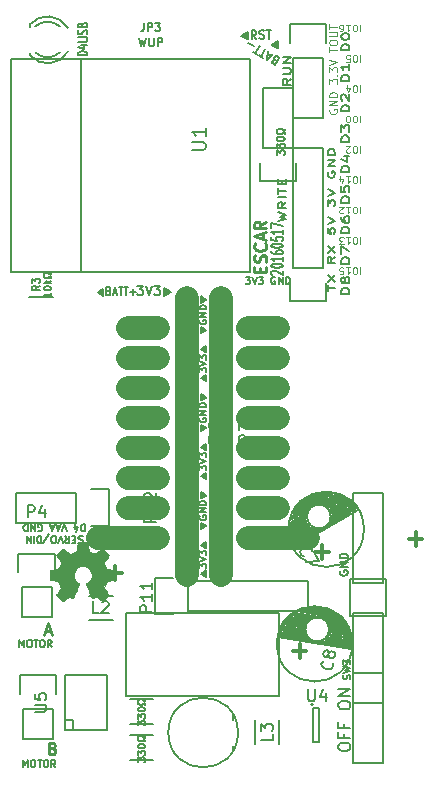
<source format=gbr>
G04 #@! TF.FileFunction,Legend,Top*
%FSLAX46Y46*%
G04 Gerber Fmt 4.6, Leading zero omitted, Abs format (unit mm)*
G04 Created by KiCad (PCBNEW 4.0.2-4+6225~38~ubuntu15.04.1-stable) date 2016年05月17日 13時52分55秒*
%MOMM*%
G01*
G04 APERTURE LIST*
%ADD10C,0.100000*%
%ADD11C,0.300000*%
%ADD12C,0.150000*%
%ADD13C,0.175000*%
%ADD14C,0.250000*%
%ADD15C,0.170000*%
%ADD16C,2.000000*%
%ADD17C,0.200000*%
%ADD18C,0.125000*%
%ADD19C,0.002540*%
G04 APERTURE END LIST*
D10*
D11*
X132981772Y-95357143D02*
X134124629Y-95357143D01*
X133553200Y-95928571D02*
X133553200Y-94785714D01*
D12*
X115812857Y-98526802D02*
X115841429Y-98526802D01*
X115755714Y-98498230D02*
X115841429Y-98498230D01*
X115698571Y-98469659D02*
X115841429Y-98469659D01*
X115641429Y-98441088D02*
X115841429Y-98441088D01*
X115612857Y-98412516D02*
X115841429Y-98412516D01*
X115555714Y-98383945D02*
X115841429Y-98383945D01*
X115498571Y-98355373D02*
X115841429Y-98355373D01*
X115441429Y-98326802D02*
X115841429Y-98326802D01*
X115384286Y-98298230D02*
X115841429Y-98298230D01*
X115441429Y-98269659D02*
X115841429Y-98269659D01*
X115498571Y-98241088D02*
X115841429Y-98241088D01*
X115555714Y-98212516D02*
X115841429Y-98212516D01*
X115612857Y-98183945D02*
X115841429Y-98183945D01*
X115641429Y-98155373D02*
X115841429Y-98155373D01*
X115698571Y-98126802D02*
X115841429Y-98126802D01*
X115755714Y-98098230D02*
X115841429Y-98098230D01*
X115841429Y-98069659D02*
X115412857Y-98298230D01*
X115841429Y-98526802D01*
X115812857Y-98069659D02*
X115841429Y-98069659D01*
X115384286Y-98298230D02*
X115841429Y-98041088D01*
X115841429Y-98555373D01*
X115384286Y-98298230D01*
X115241429Y-97841088D02*
X115241429Y-97469659D01*
X115470000Y-97669659D01*
X115470000Y-97583945D01*
X115498571Y-97526802D01*
X115527143Y-97498231D01*
X115584286Y-97469659D01*
X115727143Y-97469659D01*
X115784286Y-97498231D01*
X115812857Y-97526802D01*
X115841429Y-97583945D01*
X115841429Y-97755373D01*
X115812857Y-97812516D01*
X115784286Y-97841088D01*
X115241429Y-97298230D02*
X115841429Y-97098230D01*
X115241429Y-96898230D01*
X115241429Y-96755373D02*
X115241429Y-96383944D01*
X115470000Y-96583944D01*
X115470000Y-96498230D01*
X115498571Y-96441087D01*
X115527143Y-96412516D01*
X115584286Y-96383944D01*
X115727143Y-96383944D01*
X115784286Y-96412516D01*
X115812857Y-96441087D01*
X115841429Y-96498230D01*
X115841429Y-96669658D01*
X115812857Y-96726801D01*
X115784286Y-96755373D01*
X115812857Y-96126801D02*
X115841429Y-96126801D01*
X115755714Y-96098229D02*
X115841429Y-96098229D01*
X115698571Y-96069658D02*
X115841429Y-96069658D01*
X115641429Y-96041087D02*
X115841429Y-96041087D01*
X115612857Y-96012515D02*
X115841429Y-96012515D01*
X115555714Y-95983944D02*
X115841429Y-95983944D01*
X115498571Y-95955372D02*
X115841429Y-95955372D01*
X115441429Y-95926801D02*
X115841429Y-95926801D01*
X115384286Y-95898229D02*
X115841429Y-95898229D01*
X115441429Y-95869658D02*
X115841429Y-95869658D01*
X115498571Y-95841087D02*
X115841429Y-95841087D01*
X115555714Y-95812515D02*
X115841429Y-95812515D01*
X115612857Y-95783944D02*
X115841429Y-95783944D01*
X115641429Y-95755372D02*
X115841429Y-95755372D01*
X115698571Y-95726801D02*
X115841429Y-95726801D01*
X115755714Y-95698229D02*
X115841429Y-95698229D01*
X115841429Y-95669658D02*
X115412857Y-95898229D01*
X115841429Y-96126801D01*
X115812857Y-95669658D02*
X115841429Y-95669658D01*
X115384286Y-95898229D02*
X115841429Y-95641087D01*
X115841429Y-96155372D01*
X115384286Y-95898229D01*
X115412857Y-94012515D02*
X115384286Y-94012515D01*
X115470000Y-94041086D02*
X115384286Y-94041086D01*
X115527143Y-94069658D02*
X115384286Y-94069658D01*
X115584286Y-94098229D02*
X115384286Y-94098229D01*
X115612857Y-94126801D02*
X115384286Y-94126801D01*
X115670000Y-94155372D02*
X115384286Y-94155372D01*
X115727143Y-94183944D02*
X115384286Y-94183944D01*
X115784286Y-94212515D02*
X115384286Y-94212515D01*
X115841429Y-94241086D02*
X115384286Y-94241086D01*
X115784286Y-94269658D02*
X115384286Y-94269658D01*
X115727143Y-94298229D02*
X115384286Y-94298229D01*
X115670000Y-94326801D02*
X115384286Y-94326801D01*
X115612857Y-94355372D02*
X115384286Y-94355372D01*
X115584286Y-94383944D02*
X115384286Y-94383944D01*
X115527143Y-94412515D02*
X115384286Y-94412515D01*
X115470000Y-94441086D02*
X115384286Y-94441086D01*
X115384286Y-94469658D02*
X115812857Y-94241086D01*
X115384286Y-94012515D01*
X115412857Y-94469658D02*
X115384286Y-94469658D01*
X115841429Y-94241086D02*
X115384286Y-94498229D01*
X115384286Y-93983944D01*
X115841429Y-94241086D01*
X115270000Y-93412515D02*
X115241429Y-93469658D01*
X115241429Y-93555372D01*
X115270000Y-93641087D01*
X115327143Y-93698229D01*
X115384286Y-93726801D01*
X115498571Y-93755372D01*
X115584286Y-93755372D01*
X115698571Y-93726801D01*
X115755714Y-93698229D01*
X115812857Y-93641087D01*
X115841429Y-93555372D01*
X115841429Y-93498229D01*
X115812857Y-93412515D01*
X115784286Y-93383944D01*
X115584286Y-93383944D01*
X115584286Y-93498229D01*
X115841429Y-93126801D02*
X115241429Y-93126801D01*
X115841429Y-92783944D01*
X115241429Y-92783944D01*
X115841429Y-92498230D02*
X115241429Y-92498230D01*
X115241429Y-92355373D01*
X115270000Y-92269658D01*
X115327143Y-92212516D01*
X115384286Y-92183944D01*
X115498571Y-92155373D01*
X115584286Y-92155373D01*
X115698571Y-92183944D01*
X115755714Y-92212516D01*
X115812857Y-92269658D01*
X115841429Y-92355373D01*
X115841429Y-92498230D01*
X115412857Y-91441087D02*
X115384286Y-91441087D01*
X115470000Y-91469658D02*
X115384286Y-91469658D01*
X115527143Y-91498230D02*
X115384286Y-91498230D01*
X115584286Y-91526801D02*
X115384286Y-91526801D01*
X115612857Y-91555373D02*
X115384286Y-91555373D01*
X115670000Y-91583944D02*
X115384286Y-91583944D01*
X115727143Y-91612516D02*
X115384286Y-91612516D01*
X115784286Y-91641087D02*
X115384286Y-91641087D01*
X115841429Y-91669658D02*
X115384286Y-91669658D01*
X115784286Y-91698230D02*
X115384286Y-91698230D01*
X115727143Y-91726801D02*
X115384286Y-91726801D01*
X115670000Y-91755373D02*
X115384286Y-91755373D01*
X115612857Y-91783944D02*
X115384286Y-91783944D01*
X115584286Y-91812516D02*
X115384286Y-91812516D01*
X115527143Y-91841087D02*
X115384286Y-91841087D01*
X115470000Y-91869658D02*
X115384286Y-91869658D01*
X115384286Y-91898230D02*
X115812857Y-91669658D01*
X115384286Y-91441087D01*
X115412857Y-91898230D02*
X115384286Y-91898230D01*
X115841429Y-91669658D02*
X115384286Y-91926801D01*
X115384286Y-91412516D01*
X115841429Y-91669658D01*
X115812857Y-90241087D02*
X115841429Y-90241087D01*
X115755714Y-90212515D02*
X115841429Y-90212515D01*
X115698571Y-90183944D02*
X115841429Y-90183944D01*
X115641429Y-90155373D02*
X115841429Y-90155373D01*
X115612857Y-90126801D02*
X115841429Y-90126801D01*
X115555714Y-90098230D02*
X115841429Y-90098230D01*
X115498571Y-90069658D02*
X115841429Y-90069658D01*
X115441429Y-90041087D02*
X115841429Y-90041087D01*
X115384286Y-90012515D02*
X115841429Y-90012515D01*
X115441429Y-89983944D02*
X115841429Y-89983944D01*
X115498571Y-89955373D02*
X115841429Y-89955373D01*
X115555714Y-89926801D02*
X115841429Y-89926801D01*
X115612857Y-89898230D02*
X115841429Y-89898230D01*
X115641429Y-89869658D02*
X115841429Y-89869658D01*
X115698571Y-89841087D02*
X115841429Y-89841087D01*
X115755714Y-89812515D02*
X115841429Y-89812515D01*
X115841429Y-89783944D02*
X115412857Y-90012515D01*
X115841429Y-90241087D01*
X115812857Y-89783944D02*
X115841429Y-89783944D01*
X115384286Y-90012515D02*
X115841429Y-89755373D01*
X115841429Y-90269658D01*
X115384286Y-90012515D01*
X115241429Y-89555373D02*
X115241429Y-89183944D01*
X115470000Y-89383944D01*
X115470000Y-89298230D01*
X115498571Y-89241087D01*
X115527143Y-89212516D01*
X115584286Y-89183944D01*
X115727143Y-89183944D01*
X115784286Y-89212516D01*
X115812857Y-89241087D01*
X115841429Y-89298230D01*
X115841429Y-89469658D01*
X115812857Y-89526801D01*
X115784286Y-89555373D01*
X115241429Y-89012515D02*
X115841429Y-88812515D01*
X115241429Y-88612515D01*
X115241429Y-88469658D02*
X115241429Y-88098229D01*
X115470000Y-88298229D01*
X115470000Y-88212515D01*
X115498571Y-88155372D01*
X115527143Y-88126801D01*
X115584286Y-88098229D01*
X115727143Y-88098229D01*
X115784286Y-88126801D01*
X115812857Y-88155372D01*
X115841429Y-88212515D01*
X115841429Y-88383943D01*
X115812857Y-88441086D01*
X115784286Y-88469658D01*
X115812857Y-87841086D02*
X115841429Y-87841086D01*
X115755714Y-87812514D02*
X115841429Y-87812514D01*
X115698571Y-87783943D02*
X115841429Y-87783943D01*
X115641429Y-87755372D02*
X115841429Y-87755372D01*
X115612857Y-87726800D02*
X115841429Y-87726800D01*
X115555714Y-87698229D02*
X115841429Y-87698229D01*
X115498571Y-87669657D02*
X115841429Y-87669657D01*
X115441429Y-87641086D02*
X115841429Y-87641086D01*
X115384286Y-87612514D02*
X115841429Y-87612514D01*
X115441429Y-87583943D02*
X115841429Y-87583943D01*
X115498571Y-87555372D02*
X115841429Y-87555372D01*
X115555714Y-87526800D02*
X115841429Y-87526800D01*
X115612857Y-87498229D02*
X115841429Y-87498229D01*
X115641429Y-87469657D02*
X115841429Y-87469657D01*
X115698571Y-87441086D02*
X115841429Y-87441086D01*
X115755714Y-87412514D02*
X115841429Y-87412514D01*
X115841429Y-87383943D02*
X115412857Y-87612514D01*
X115841429Y-87841086D01*
X115812857Y-87383943D02*
X115841429Y-87383943D01*
X115384286Y-87612514D02*
X115841429Y-87355372D01*
X115841429Y-87869657D01*
X115384286Y-87612514D01*
X115412857Y-85726800D02*
X115384286Y-85726800D01*
X115470000Y-85755371D02*
X115384286Y-85755371D01*
X115527143Y-85783943D02*
X115384286Y-85783943D01*
X115584286Y-85812514D02*
X115384286Y-85812514D01*
X115612857Y-85841086D02*
X115384286Y-85841086D01*
X115670000Y-85869657D02*
X115384286Y-85869657D01*
X115727143Y-85898229D02*
X115384286Y-85898229D01*
X115784286Y-85926800D02*
X115384286Y-85926800D01*
X115841429Y-85955371D02*
X115384286Y-85955371D01*
X115784286Y-85983943D02*
X115384286Y-85983943D01*
X115727143Y-86012514D02*
X115384286Y-86012514D01*
X115670000Y-86041086D02*
X115384286Y-86041086D01*
X115612857Y-86069657D02*
X115384286Y-86069657D01*
X115584286Y-86098229D02*
X115384286Y-86098229D01*
X115527143Y-86126800D02*
X115384286Y-86126800D01*
X115470000Y-86155371D02*
X115384286Y-86155371D01*
X115384286Y-86183943D02*
X115812857Y-85955371D01*
X115384286Y-85726800D01*
X115412857Y-86183943D02*
X115384286Y-86183943D01*
X115841429Y-85955371D02*
X115384286Y-86212514D01*
X115384286Y-85698229D01*
X115841429Y-85955371D01*
X115270000Y-85126800D02*
X115241429Y-85183943D01*
X115241429Y-85269657D01*
X115270000Y-85355372D01*
X115327143Y-85412514D01*
X115384286Y-85441086D01*
X115498571Y-85469657D01*
X115584286Y-85469657D01*
X115698571Y-85441086D01*
X115755714Y-85412514D01*
X115812857Y-85355372D01*
X115841429Y-85269657D01*
X115841429Y-85212514D01*
X115812857Y-85126800D01*
X115784286Y-85098229D01*
X115584286Y-85098229D01*
X115584286Y-85212514D01*
X115841429Y-84841086D02*
X115241429Y-84841086D01*
X115841429Y-84498229D01*
X115241429Y-84498229D01*
X115841429Y-84212515D02*
X115241429Y-84212515D01*
X115241429Y-84069658D01*
X115270000Y-83983943D01*
X115327143Y-83926801D01*
X115384286Y-83898229D01*
X115498571Y-83869658D01*
X115584286Y-83869658D01*
X115698571Y-83898229D01*
X115755714Y-83926801D01*
X115812857Y-83983943D01*
X115841429Y-84069658D01*
X115841429Y-84212515D01*
X115412857Y-83155372D02*
X115384286Y-83155372D01*
X115470000Y-83183943D02*
X115384286Y-83183943D01*
X115527143Y-83212515D02*
X115384286Y-83212515D01*
X115584286Y-83241086D02*
X115384286Y-83241086D01*
X115612857Y-83269658D02*
X115384286Y-83269658D01*
X115670000Y-83298229D02*
X115384286Y-83298229D01*
X115727143Y-83326801D02*
X115384286Y-83326801D01*
X115784286Y-83355372D02*
X115384286Y-83355372D01*
X115841429Y-83383943D02*
X115384286Y-83383943D01*
X115784286Y-83412515D02*
X115384286Y-83412515D01*
X115727143Y-83441086D02*
X115384286Y-83441086D01*
X115670000Y-83469658D02*
X115384286Y-83469658D01*
X115612857Y-83498229D02*
X115384286Y-83498229D01*
X115584286Y-83526801D02*
X115384286Y-83526801D01*
X115527143Y-83555372D02*
X115384286Y-83555372D01*
X115470000Y-83583943D02*
X115384286Y-83583943D01*
X115384286Y-83612515D02*
X115812857Y-83383943D01*
X115384286Y-83155372D01*
X115412857Y-83612515D02*
X115384286Y-83612515D01*
X115841429Y-83383943D02*
X115384286Y-83641086D01*
X115384286Y-83126801D01*
X115841429Y-83383943D01*
X115812857Y-81955372D02*
X115841429Y-81955372D01*
X115755714Y-81926800D02*
X115841429Y-81926800D01*
X115698571Y-81898229D02*
X115841429Y-81898229D01*
X115641429Y-81869658D02*
X115841429Y-81869658D01*
X115612857Y-81841086D02*
X115841429Y-81841086D01*
X115555714Y-81812515D02*
X115841429Y-81812515D01*
X115498571Y-81783943D02*
X115841429Y-81783943D01*
X115441429Y-81755372D02*
X115841429Y-81755372D01*
X115384286Y-81726800D02*
X115841429Y-81726800D01*
X115441429Y-81698229D02*
X115841429Y-81698229D01*
X115498571Y-81669658D02*
X115841429Y-81669658D01*
X115555714Y-81641086D02*
X115841429Y-81641086D01*
X115612857Y-81612515D02*
X115841429Y-81612515D01*
X115641429Y-81583943D02*
X115841429Y-81583943D01*
X115698571Y-81555372D02*
X115841429Y-81555372D01*
X115755714Y-81526800D02*
X115841429Y-81526800D01*
X115841429Y-81498229D02*
X115412857Y-81726800D01*
X115841429Y-81955372D01*
X115812857Y-81498229D02*
X115841429Y-81498229D01*
X115384286Y-81726800D02*
X115841429Y-81469658D01*
X115841429Y-81983943D01*
X115384286Y-81726800D01*
X115241429Y-81269658D02*
X115241429Y-80898229D01*
X115470000Y-81098229D01*
X115470000Y-81012515D01*
X115498571Y-80955372D01*
X115527143Y-80926801D01*
X115584286Y-80898229D01*
X115727143Y-80898229D01*
X115784286Y-80926801D01*
X115812857Y-80955372D01*
X115841429Y-81012515D01*
X115841429Y-81183943D01*
X115812857Y-81241086D01*
X115784286Y-81269658D01*
X115241429Y-80726800D02*
X115841429Y-80526800D01*
X115241429Y-80326800D01*
X115241429Y-80183943D02*
X115241429Y-79812514D01*
X115470000Y-80012514D01*
X115470000Y-79926800D01*
X115498571Y-79869657D01*
X115527143Y-79841086D01*
X115584286Y-79812514D01*
X115727143Y-79812514D01*
X115784286Y-79841086D01*
X115812857Y-79869657D01*
X115841429Y-79926800D01*
X115841429Y-80098228D01*
X115812857Y-80155371D01*
X115784286Y-80183943D01*
X115812857Y-79555371D02*
X115841429Y-79555371D01*
X115755714Y-79526799D02*
X115841429Y-79526799D01*
X115698571Y-79498228D02*
X115841429Y-79498228D01*
X115641429Y-79469657D02*
X115841429Y-79469657D01*
X115612857Y-79441085D02*
X115841429Y-79441085D01*
X115555714Y-79412514D02*
X115841429Y-79412514D01*
X115498571Y-79383942D02*
X115841429Y-79383942D01*
X115441429Y-79355371D02*
X115841429Y-79355371D01*
X115384286Y-79326799D02*
X115841429Y-79326799D01*
X115441429Y-79298228D02*
X115841429Y-79298228D01*
X115498571Y-79269657D02*
X115841429Y-79269657D01*
X115555714Y-79241085D02*
X115841429Y-79241085D01*
X115612857Y-79212514D02*
X115841429Y-79212514D01*
X115641429Y-79183942D02*
X115841429Y-79183942D01*
X115698571Y-79155371D02*
X115841429Y-79155371D01*
X115755714Y-79126799D02*
X115841429Y-79126799D01*
X115841429Y-79098228D02*
X115412857Y-79326799D01*
X115841429Y-79555371D01*
X115812857Y-79098228D02*
X115841429Y-79098228D01*
X115384286Y-79326799D02*
X115841429Y-79069657D01*
X115841429Y-79583942D01*
X115384286Y-79326799D01*
X115412857Y-77441085D02*
X115384286Y-77441085D01*
X115470000Y-77469656D02*
X115384286Y-77469656D01*
X115527143Y-77498228D02*
X115384286Y-77498228D01*
X115584286Y-77526799D02*
X115384286Y-77526799D01*
X115612857Y-77555371D02*
X115384286Y-77555371D01*
X115670000Y-77583942D02*
X115384286Y-77583942D01*
X115727143Y-77612514D02*
X115384286Y-77612514D01*
X115784286Y-77641085D02*
X115384286Y-77641085D01*
X115841429Y-77669656D02*
X115384286Y-77669656D01*
X115784286Y-77698228D02*
X115384286Y-77698228D01*
X115727143Y-77726799D02*
X115384286Y-77726799D01*
X115670000Y-77755371D02*
X115384286Y-77755371D01*
X115612857Y-77783942D02*
X115384286Y-77783942D01*
X115584286Y-77812514D02*
X115384286Y-77812514D01*
X115527143Y-77841085D02*
X115384286Y-77841085D01*
X115470000Y-77869656D02*
X115384286Y-77869656D01*
X115384286Y-77898228D02*
X115812857Y-77669656D01*
X115384286Y-77441085D01*
X115412857Y-77898228D02*
X115384286Y-77898228D01*
X115841429Y-77669656D02*
X115384286Y-77926799D01*
X115384286Y-77412514D01*
X115841429Y-77669656D01*
X115270000Y-76841085D02*
X115241429Y-76898228D01*
X115241429Y-76983942D01*
X115270000Y-77069657D01*
X115327143Y-77126799D01*
X115384286Y-77155371D01*
X115498571Y-77183942D01*
X115584286Y-77183942D01*
X115698571Y-77155371D01*
X115755714Y-77126799D01*
X115812857Y-77069657D01*
X115841429Y-76983942D01*
X115841429Y-76926799D01*
X115812857Y-76841085D01*
X115784286Y-76812514D01*
X115584286Y-76812514D01*
X115584286Y-76926799D01*
X115841429Y-76555371D02*
X115241429Y-76555371D01*
X115841429Y-76212514D01*
X115241429Y-76212514D01*
X115841429Y-75926800D02*
X115241429Y-75926800D01*
X115241429Y-75783943D01*
X115270000Y-75698228D01*
X115327143Y-75641086D01*
X115384286Y-75612514D01*
X115498571Y-75583943D01*
X115584286Y-75583943D01*
X115698571Y-75612514D01*
X115755714Y-75641086D01*
X115812857Y-75698228D01*
X115841429Y-75783943D01*
X115841429Y-75926800D01*
X115412857Y-74869657D02*
X115384286Y-74869657D01*
X115470000Y-74898228D02*
X115384286Y-74898228D01*
X115527143Y-74926800D02*
X115384286Y-74926800D01*
X115584286Y-74955371D02*
X115384286Y-74955371D01*
X115612857Y-74983943D02*
X115384286Y-74983943D01*
X115670000Y-75012514D02*
X115384286Y-75012514D01*
X115727143Y-75041086D02*
X115384286Y-75041086D01*
X115784286Y-75069657D02*
X115384286Y-75069657D01*
X115841429Y-75098228D02*
X115384286Y-75098228D01*
X115784286Y-75126800D02*
X115384286Y-75126800D01*
X115727143Y-75155371D02*
X115384286Y-75155371D01*
X115670000Y-75183943D02*
X115384286Y-75183943D01*
X115612857Y-75212514D02*
X115384286Y-75212514D01*
X115584286Y-75241086D02*
X115384286Y-75241086D01*
X115527143Y-75269657D02*
X115384286Y-75269657D01*
X115470000Y-75298228D02*
X115384286Y-75298228D01*
X115384286Y-75326800D02*
X115812857Y-75098228D01*
X115384286Y-74869657D01*
X115412857Y-75326800D02*
X115384286Y-75326800D01*
X115841429Y-75098228D02*
X115384286Y-75355371D01*
X115384286Y-74841086D01*
X115841429Y-75098228D01*
X119180456Y-73179029D02*
X119551885Y-73179029D01*
X119351885Y-73407600D01*
X119437599Y-73407600D01*
X119494742Y-73436171D01*
X119523313Y-73464743D01*
X119551885Y-73521886D01*
X119551885Y-73664743D01*
X119523313Y-73721886D01*
X119494742Y-73750457D01*
X119437599Y-73779029D01*
X119266171Y-73779029D01*
X119209028Y-73750457D01*
X119180456Y-73721886D01*
X119723314Y-73179029D02*
X119923314Y-73779029D01*
X120123314Y-73179029D01*
X120266171Y-73179029D02*
X120637600Y-73179029D01*
X120437600Y-73407600D01*
X120523314Y-73407600D01*
X120580457Y-73436171D01*
X120609028Y-73464743D01*
X120637600Y-73521886D01*
X120637600Y-73664743D01*
X120609028Y-73721886D01*
X120580457Y-73750457D01*
X120523314Y-73779029D01*
X120351886Y-73779029D01*
X120294743Y-73750457D01*
X120266171Y-73721886D01*
X121666172Y-73207600D02*
X121609029Y-73179029D01*
X121523315Y-73179029D01*
X121437600Y-73207600D01*
X121380458Y-73264743D01*
X121351886Y-73321886D01*
X121323315Y-73436171D01*
X121323315Y-73521886D01*
X121351886Y-73636171D01*
X121380458Y-73693314D01*
X121437600Y-73750457D01*
X121523315Y-73779029D01*
X121580458Y-73779029D01*
X121666172Y-73750457D01*
X121694743Y-73721886D01*
X121694743Y-73521886D01*
X121580458Y-73521886D01*
X121951886Y-73779029D02*
X121951886Y-73179029D01*
X122294743Y-73779029D01*
X122294743Y-73179029D01*
X122580457Y-73779029D02*
X122580457Y-73179029D01*
X122723314Y-73179029D01*
X122809029Y-73207600D01*
X122866171Y-73264743D01*
X122894743Y-73321886D01*
X122923314Y-73436171D01*
X122923314Y-73521886D01*
X122894743Y-73636171D01*
X122866171Y-73693314D01*
X122809029Y-73750457D01*
X122723314Y-73779029D01*
X122580457Y-73779029D01*
D11*
X126199828Y-96474743D02*
X125056971Y-96474743D01*
X125628400Y-97046171D02*
X125628400Y-95903314D01*
X124320228Y-104856743D02*
X123177371Y-104856743D01*
X123748800Y-105428171D02*
X123748800Y-104285314D01*
D12*
X105357313Y-95146543D02*
X105271599Y-95117971D01*
X105128742Y-95117971D01*
X105071599Y-95146543D01*
X105043028Y-95175114D01*
X105014456Y-95232257D01*
X105014456Y-95289400D01*
X105043028Y-95346543D01*
X105071599Y-95375114D01*
X105128742Y-95403686D01*
X105243028Y-95432257D01*
X105300170Y-95460829D01*
X105328742Y-95489400D01*
X105357313Y-95546543D01*
X105357313Y-95603686D01*
X105328742Y-95660829D01*
X105300170Y-95689400D01*
X105243028Y-95717971D01*
X105100170Y-95717971D01*
X105014456Y-95689400D01*
X104757313Y-95432257D02*
X104557313Y-95432257D01*
X104471599Y-95117971D02*
X104757313Y-95117971D01*
X104757313Y-95717971D01*
X104471599Y-95717971D01*
X103871599Y-95117971D02*
X104071599Y-95403686D01*
X104214456Y-95117971D02*
X104214456Y-95717971D01*
X103985884Y-95717971D01*
X103928742Y-95689400D01*
X103900170Y-95660829D01*
X103871599Y-95603686D01*
X103871599Y-95517971D01*
X103900170Y-95460829D01*
X103928742Y-95432257D01*
X103985884Y-95403686D01*
X104214456Y-95403686D01*
X103700170Y-95717971D02*
X103500170Y-95117971D01*
X103300170Y-95717971D01*
X102985884Y-95717971D02*
X102871598Y-95717971D01*
X102814456Y-95689400D01*
X102757313Y-95632257D01*
X102728741Y-95517971D01*
X102728741Y-95317971D01*
X102757313Y-95203686D01*
X102814456Y-95146543D01*
X102871598Y-95117971D01*
X102985884Y-95117971D01*
X103043027Y-95146543D01*
X103100170Y-95203686D01*
X103128741Y-95317971D01*
X103128741Y-95517971D01*
X103100170Y-95632257D01*
X103043027Y-95689400D01*
X102985884Y-95717971D01*
X102043027Y-95746543D02*
X102557313Y-94975114D01*
X101843028Y-95117971D02*
X101843028Y-95717971D01*
X101700171Y-95717971D01*
X101614456Y-95689400D01*
X101557314Y-95632257D01*
X101528742Y-95575114D01*
X101500171Y-95460829D01*
X101500171Y-95375114D01*
X101528742Y-95260829D01*
X101557314Y-95203686D01*
X101614456Y-95146543D01*
X101700171Y-95117971D01*
X101843028Y-95117971D01*
X101243028Y-95117971D02*
X101243028Y-95717971D01*
X100957314Y-95117971D02*
X100957314Y-95717971D01*
X100614457Y-95117971D01*
X100614457Y-95717971D01*
X105557315Y-94127971D02*
X105557315Y-94727971D01*
X105414458Y-94727971D01*
X105328743Y-94699400D01*
X105271601Y-94642257D01*
X105243029Y-94585114D01*
X105214458Y-94470829D01*
X105214458Y-94385114D01*
X105243029Y-94270829D01*
X105271601Y-94213686D01*
X105328743Y-94156543D01*
X105414458Y-94127971D01*
X105557315Y-94127971D01*
X104700172Y-94527971D02*
X104700172Y-94127971D01*
X104843029Y-94756543D02*
X104985886Y-94327971D01*
X104614458Y-94327971D01*
X104014457Y-94727971D02*
X103814457Y-94127971D01*
X103614457Y-94727971D01*
X103443028Y-94299400D02*
X103157314Y-94299400D01*
X103500171Y-94127971D02*
X103300171Y-94727971D01*
X103100171Y-94127971D01*
X102928742Y-94299400D02*
X102643028Y-94299400D01*
X102985885Y-94127971D02*
X102785885Y-94727971D01*
X102585885Y-94127971D01*
X101614456Y-94699400D02*
X101671599Y-94727971D01*
X101757313Y-94727971D01*
X101843028Y-94699400D01*
X101900170Y-94642257D01*
X101928742Y-94585114D01*
X101957313Y-94470829D01*
X101957313Y-94385114D01*
X101928742Y-94270829D01*
X101900170Y-94213686D01*
X101843028Y-94156543D01*
X101757313Y-94127971D01*
X101700170Y-94127971D01*
X101614456Y-94156543D01*
X101585885Y-94185114D01*
X101585885Y-94385114D01*
X101700170Y-94385114D01*
X101328742Y-94127971D02*
X101328742Y-94727971D01*
X100985885Y-94127971D01*
X100985885Y-94727971D01*
X100700171Y-94127971D02*
X100700171Y-94727971D01*
X100557314Y-94727971D01*
X100471599Y-94699400D01*
X100414457Y-94642257D01*
X100385885Y-94585114D01*
X100357314Y-94470829D01*
X100357314Y-94385114D01*
X100385885Y-94270829D01*
X100414457Y-94213686D01*
X100471599Y-94156543D01*
X100557314Y-94127971D01*
X100700171Y-94127971D01*
X105771905Y-54428857D02*
X104971905Y-54428857D01*
X104971905Y-54286000D01*
X105010000Y-54200285D01*
X105086190Y-54143143D01*
X105162381Y-54114571D01*
X105314762Y-54086000D01*
X105429048Y-54086000D01*
X105581429Y-54114571D01*
X105657619Y-54143143D01*
X105733810Y-54200285D01*
X105771905Y-54286000D01*
X105771905Y-54428857D01*
X105238571Y-53571714D02*
X105771905Y-53571714D01*
X104933810Y-53714571D02*
X105505238Y-53857428D01*
X105505238Y-53486000D01*
X104971905Y-53257428D02*
X105619524Y-53257428D01*
X105695714Y-53228856D01*
X105733810Y-53200285D01*
X105771905Y-53143142D01*
X105771905Y-53028856D01*
X105733810Y-52971714D01*
X105695714Y-52943142D01*
X105619524Y-52914571D01*
X104971905Y-52914571D01*
X105733810Y-52657428D02*
X105771905Y-52571714D01*
X105771905Y-52428857D01*
X105733810Y-52371714D01*
X105695714Y-52343143D01*
X105619524Y-52314571D01*
X105543333Y-52314571D01*
X105467143Y-52343143D01*
X105429048Y-52371714D01*
X105390952Y-52428857D01*
X105352857Y-52543143D01*
X105314762Y-52600285D01*
X105276667Y-52628857D01*
X105200476Y-52657428D01*
X105124286Y-52657428D01*
X105048095Y-52628857D01*
X105010000Y-52600285D01*
X104971905Y-52543143D01*
X104971905Y-52400285D01*
X105010000Y-52314571D01*
X105352857Y-51857428D02*
X105390952Y-51771714D01*
X105429048Y-51743142D01*
X105505238Y-51714571D01*
X105619524Y-51714571D01*
X105695714Y-51743142D01*
X105733810Y-51771714D01*
X105771905Y-51828856D01*
X105771905Y-52057428D01*
X104971905Y-52057428D01*
X104971905Y-51857428D01*
X105010000Y-51800285D01*
X105048095Y-51771714D01*
X105124286Y-51743142D01*
X105200476Y-51743142D01*
X105276667Y-51771714D01*
X105314762Y-51800285D01*
X105352857Y-51857428D01*
X105352857Y-52057428D01*
D10*
X128889143Y-72384714D02*
X128889143Y-72924714D01*
X128489143Y-72924714D02*
X128374857Y-72924714D01*
X128317715Y-72899000D01*
X128260572Y-72847571D01*
X128232000Y-72744714D01*
X128232000Y-72564714D01*
X128260572Y-72461857D01*
X128317715Y-72410429D01*
X128374857Y-72384714D01*
X128489143Y-72384714D01*
X128546286Y-72410429D01*
X128603429Y-72461857D01*
X128632000Y-72564714D01*
X128632000Y-72744714D01*
X128603429Y-72847571D01*
X128546286Y-72899000D01*
X128489143Y-72924714D01*
X127660572Y-72384714D02*
X128003429Y-72384714D01*
X127832001Y-72384714D02*
X127832001Y-72924714D01*
X127889144Y-72847571D01*
X127946286Y-72796143D01*
X128003429Y-72770429D01*
X127117715Y-72924714D02*
X127403429Y-72924714D01*
X127432000Y-72667571D01*
X127403429Y-72693286D01*
X127346286Y-72719000D01*
X127203429Y-72719000D01*
X127146286Y-72693286D01*
X127117715Y-72667571D01*
X127089143Y-72616143D01*
X127089143Y-72487571D01*
X127117715Y-72436143D01*
X127146286Y-72410429D01*
X127203429Y-72384714D01*
X127346286Y-72384714D01*
X127403429Y-72410429D01*
X127432000Y-72436143D01*
X128889143Y-69816714D02*
X128889143Y-70356714D01*
X128489143Y-70356714D02*
X128374857Y-70356714D01*
X128317715Y-70331000D01*
X128260572Y-70279571D01*
X128232000Y-70176714D01*
X128232000Y-69996714D01*
X128260572Y-69893857D01*
X128317715Y-69842429D01*
X128374857Y-69816714D01*
X128489143Y-69816714D01*
X128546286Y-69842429D01*
X128603429Y-69893857D01*
X128632000Y-69996714D01*
X128632000Y-70176714D01*
X128603429Y-70279571D01*
X128546286Y-70331000D01*
X128489143Y-70356714D01*
X127660572Y-69816714D02*
X128003429Y-69816714D01*
X127832001Y-69816714D02*
X127832001Y-70356714D01*
X127889144Y-70279571D01*
X127946286Y-70228143D01*
X128003429Y-70202429D01*
X127460572Y-70356714D02*
X127089143Y-70356714D01*
X127289143Y-70151000D01*
X127203429Y-70151000D01*
X127146286Y-70125286D01*
X127117715Y-70099571D01*
X127089143Y-70048143D01*
X127089143Y-69919571D01*
X127117715Y-69868143D01*
X127146286Y-69842429D01*
X127203429Y-69816714D01*
X127374857Y-69816714D01*
X127432000Y-69842429D01*
X127460572Y-69868143D01*
X128889143Y-67248714D02*
X128889143Y-67788714D01*
X128489143Y-67788714D02*
X128374857Y-67788714D01*
X128317715Y-67763000D01*
X128260572Y-67711571D01*
X128232000Y-67608714D01*
X128232000Y-67428714D01*
X128260572Y-67325857D01*
X128317715Y-67274429D01*
X128374857Y-67248714D01*
X128489143Y-67248714D01*
X128546286Y-67274429D01*
X128603429Y-67325857D01*
X128632000Y-67428714D01*
X128632000Y-67608714D01*
X128603429Y-67711571D01*
X128546286Y-67763000D01*
X128489143Y-67788714D01*
X127660572Y-67248714D02*
X128003429Y-67248714D01*
X127832001Y-67248714D02*
X127832001Y-67788714D01*
X127889144Y-67711571D01*
X127946286Y-67660143D01*
X128003429Y-67634429D01*
X127432000Y-67737286D02*
X127403429Y-67763000D01*
X127346286Y-67788714D01*
X127203429Y-67788714D01*
X127146286Y-67763000D01*
X127117715Y-67737286D01*
X127089143Y-67685857D01*
X127089143Y-67634429D01*
X127117715Y-67557286D01*
X127460572Y-67248714D01*
X127089143Y-67248714D01*
X128889143Y-64680714D02*
X128889143Y-65220714D01*
X128489143Y-65220714D02*
X128374857Y-65220714D01*
X128317715Y-65195000D01*
X128260572Y-65143571D01*
X128232000Y-65040714D01*
X128232000Y-64860714D01*
X128260572Y-64757857D01*
X128317715Y-64706429D01*
X128374857Y-64680714D01*
X128489143Y-64680714D01*
X128546286Y-64706429D01*
X128603429Y-64757857D01*
X128632000Y-64860714D01*
X128632000Y-65040714D01*
X128603429Y-65143571D01*
X128546286Y-65195000D01*
X128489143Y-65220714D01*
X127660572Y-64680714D02*
X128003429Y-64680714D01*
X127832001Y-64680714D02*
X127832001Y-65220714D01*
X127889144Y-65143571D01*
X127946286Y-65092143D01*
X128003429Y-65066429D01*
X127146286Y-65040714D02*
X127146286Y-64680714D01*
X127289143Y-65246429D02*
X127432000Y-64860714D01*
X127060572Y-64860714D01*
X128889143Y-62112714D02*
X128889143Y-62652714D01*
X128489143Y-62652714D02*
X128374857Y-62652714D01*
X128317715Y-62627000D01*
X128260572Y-62575571D01*
X128232000Y-62472714D01*
X128232000Y-62292714D01*
X128260572Y-62189857D01*
X128317715Y-62138429D01*
X128374857Y-62112714D01*
X128489143Y-62112714D01*
X128546286Y-62138429D01*
X128603429Y-62189857D01*
X128632000Y-62292714D01*
X128632000Y-62472714D01*
X128603429Y-62575571D01*
X128546286Y-62627000D01*
X128489143Y-62652714D01*
X128003429Y-62601286D02*
X127974858Y-62627000D01*
X127917715Y-62652714D01*
X127774858Y-62652714D01*
X127717715Y-62627000D01*
X127689144Y-62601286D01*
X127660572Y-62549857D01*
X127660572Y-62498429D01*
X127689144Y-62421286D01*
X128032001Y-62112714D01*
X127660572Y-62112714D01*
X128889143Y-59544714D02*
X128889143Y-60084714D01*
X128489143Y-60084714D02*
X128374857Y-60084714D01*
X128317715Y-60059000D01*
X128260572Y-60007571D01*
X128232000Y-59904714D01*
X128232000Y-59724714D01*
X128260572Y-59621857D01*
X128317715Y-59570429D01*
X128374857Y-59544714D01*
X128489143Y-59544714D01*
X128546286Y-59570429D01*
X128603429Y-59621857D01*
X128632000Y-59724714D01*
X128632000Y-59904714D01*
X128603429Y-60007571D01*
X128546286Y-60059000D01*
X128489143Y-60084714D01*
X127860572Y-60084714D02*
X127803429Y-60084714D01*
X127746286Y-60059000D01*
X127717715Y-60033286D01*
X127689144Y-59981857D01*
X127660572Y-59879000D01*
X127660572Y-59750429D01*
X127689144Y-59647571D01*
X127717715Y-59596143D01*
X127746286Y-59570429D01*
X127803429Y-59544714D01*
X127860572Y-59544714D01*
X127917715Y-59570429D01*
X127946286Y-59596143D01*
X127974858Y-59647571D01*
X128003429Y-59750429D01*
X128003429Y-59879000D01*
X127974858Y-59981857D01*
X127946286Y-60033286D01*
X127917715Y-60059000D01*
X127860572Y-60084714D01*
X128889143Y-56976714D02*
X128889143Y-57516714D01*
X128489143Y-57516714D02*
X128374857Y-57516714D01*
X128317715Y-57491000D01*
X128260572Y-57439571D01*
X128232000Y-57336714D01*
X128232000Y-57156714D01*
X128260572Y-57053857D01*
X128317715Y-57002429D01*
X128374857Y-56976714D01*
X128489143Y-56976714D01*
X128546286Y-57002429D01*
X128603429Y-57053857D01*
X128632000Y-57156714D01*
X128632000Y-57336714D01*
X128603429Y-57439571D01*
X128546286Y-57491000D01*
X128489143Y-57516714D01*
X127717715Y-57336714D02*
X127717715Y-56976714D01*
X127860572Y-57542429D02*
X128003429Y-57156714D01*
X127632001Y-57156714D01*
X128889143Y-54408714D02*
X128889143Y-54948714D01*
X128489143Y-54948714D02*
X128374857Y-54948714D01*
X128317715Y-54923000D01*
X128260572Y-54871571D01*
X128232000Y-54768714D01*
X128232000Y-54588714D01*
X128260572Y-54485857D01*
X128317715Y-54434429D01*
X128374857Y-54408714D01*
X128489143Y-54408714D01*
X128546286Y-54434429D01*
X128603429Y-54485857D01*
X128632000Y-54588714D01*
X128632000Y-54768714D01*
X128603429Y-54871571D01*
X128546286Y-54923000D01*
X128489143Y-54948714D01*
X127689144Y-54948714D02*
X127974858Y-54948714D01*
X128003429Y-54691571D01*
X127974858Y-54717286D01*
X127917715Y-54743000D01*
X127774858Y-54743000D01*
X127717715Y-54717286D01*
X127689144Y-54691571D01*
X127660572Y-54640143D01*
X127660572Y-54511571D01*
X127689144Y-54460143D01*
X127717715Y-54434429D01*
X127774858Y-54408714D01*
X127917715Y-54408714D01*
X127974858Y-54434429D01*
X128003429Y-54460143D01*
X128889143Y-51840714D02*
X128889143Y-52380714D01*
X128489143Y-52380714D02*
X128374857Y-52380714D01*
X128317715Y-52355000D01*
X128260572Y-52303571D01*
X128232000Y-52200714D01*
X128232000Y-52020714D01*
X128260572Y-51917857D01*
X128317715Y-51866429D01*
X128374857Y-51840714D01*
X128489143Y-51840714D01*
X128546286Y-51866429D01*
X128603429Y-51917857D01*
X128632000Y-52020714D01*
X128632000Y-52200714D01*
X128603429Y-52303571D01*
X128546286Y-52355000D01*
X128489143Y-52380714D01*
X127660572Y-51840714D02*
X128003429Y-51840714D01*
X127832001Y-51840714D02*
X127832001Y-52380714D01*
X127889144Y-52303571D01*
X127946286Y-52252143D01*
X128003429Y-52226429D01*
X127146286Y-52380714D02*
X127260572Y-52380714D01*
X127317715Y-52355000D01*
X127346286Y-52329286D01*
X127403429Y-52252143D01*
X127432000Y-52149286D01*
X127432000Y-51943571D01*
X127403429Y-51892143D01*
X127374857Y-51866429D01*
X127317715Y-51840714D01*
X127203429Y-51840714D01*
X127146286Y-51866429D01*
X127117715Y-51892143D01*
X127089143Y-51943571D01*
X127089143Y-52072143D01*
X127117715Y-52123571D01*
X127146286Y-52149286D01*
X127203429Y-52175000D01*
X127317715Y-52175000D01*
X127374857Y-52149286D01*
X127403429Y-52123571D01*
X127432000Y-52072143D01*
D13*
X121917667Y-68475000D02*
X122617667Y-68260714D01*
X122117667Y-68089285D01*
X122617667Y-67917857D01*
X121917667Y-67703571D01*
X122617667Y-66846429D02*
X122284333Y-67146429D01*
X122617667Y-67360714D02*
X121917667Y-67360714D01*
X121917667Y-67017857D01*
X121951000Y-66932143D01*
X121984333Y-66889286D01*
X122051000Y-66846429D01*
X122151000Y-66846429D01*
X122217667Y-66889286D01*
X122251000Y-66932143D01*
X122284333Y-67017857D01*
X122284333Y-67360714D01*
X122617667Y-66460714D02*
X121917667Y-66460714D01*
X121917667Y-66160715D02*
X121917667Y-65646429D01*
X122617667Y-65903572D02*
X121917667Y-65903572D01*
X122251000Y-65346429D02*
X122251000Y-65046429D01*
X122617667Y-64917858D02*
X122617667Y-65346429D01*
X121917667Y-65346429D01*
X121917667Y-64917858D01*
X122998667Y-56417286D02*
X122665333Y-56717286D01*
X122998667Y-56931571D02*
X122298667Y-56931571D01*
X122298667Y-56588714D01*
X122332000Y-56503000D01*
X122365333Y-56460143D01*
X122432000Y-56417286D01*
X122532000Y-56417286D01*
X122598667Y-56460143D01*
X122632000Y-56503000D01*
X122665333Y-56588714D01*
X122665333Y-56931571D01*
X122298667Y-56031571D02*
X122865333Y-56031571D01*
X122932000Y-55988714D01*
X122965333Y-55945857D01*
X122998667Y-55860143D01*
X122998667Y-55688714D01*
X122965333Y-55603000D01*
X122932000Y-55560143D01*
X122865333Y-55517286D01*
X122298667Y-55517286D01*
X122998667Y-55088714D02*
X122298667Y-55088714D01*
X122998667Y-54574429D01*
X122298667Y-54574429D01*
D12*
X107069086Y-74738667D02*
X107069086Y-74205333D01*
X107040514Y-74705333D02*
X107040514Y-74238667D01*
X107011943Y-74705333D02*
X107011943Y-74238667D01*
X106983371Y-74672000D02*
X106983371Y-74272000D01*
X106954800Y-74672000D02*
X106954800Y-74272000D01*
X106926228Y-74638667D02*
X106926228Y-74305333D01*
X106897657Y-74638667D02*
X106897657Y-74305333D01*
X106869086Y-74605333D02*
X106869086Y-74338667D01*
X106840514Y-74572000D02*
X106840514Y-74372000D01*
X106811943Y-74572000D02*
X106811943Y-74372000D01*
X106783371Y-74538667D02*
X106783371Y-74405333D01*
X106754800Y-74538667D02*
X106754800Y-74405333D01*
X106726228Y-74472000D02*
X106697657Y-74472000D01*
X106726228Y-74505333D02*
X106726228Y-74438667D01*
X107097657Y-74738667D02*
X106669086Y-74472000D01*
X107097657Y-74205333D01*
X106640514Y-74472000D02*
X107097657Y-74172000D01*
X107097657Y-74772000D01*
X106640514Y-74472000D01*
X107583371Y-74372000D02*
X107669085Y-74405333D01*
X107697657Y-74438667D01*
X107726228Y-74505333D01*
X107726228Y-74605333D01*
X107697657Y-74672000D01*
X107669085Y-74705333D01*
X107611943Y-74738667D01*
X107383371Y-74738667D01*
X107383371Y-74038667D01*
X107583371Y-74038667D01*
X107640514Y-74072000D01*
X107669085Y-74105333D01*
X107697657Y-74172000D01*
X107697657Y-74238667D01*
X107669085Y-74305333D01*
X107640514Y-74338667D01*
X107583371Y-74372000D01*
X107383371Y-74372000D01*
X107954800Y-74538667D02*
X108240514Y-74538667D01*
X107897657Y-74738667D02*
X108097657Y-74038667D01*
X108297657Y-74738667D01*
X108411943Y-74038667D02*
X108754800Y-74038667D01*
X108583371Y-74738667D02*
X108583371Y-74038667D01*
X108869086Y-74038667D02*
X109211943Y-74038667D01*
X109040514Y-74738667D02*
X109040514Y-74038667D01*
X109411943Y-74472000D02*
X109869086Y-74472000D01*
X109640515Y-74738667D02*
X109640515Y-74205333D01*
D14*
X102814429Y-113085571D02*
X102957286Y-113133190D01*
X103004905Y-113180810D01*
X103052524Y-113276048D01*
X103052524Y-113418905D01*
X103004905Y-113514143D01*
X102957286Y-113561762D01*
X102862048Y-113609381D01*
X102481095Y-113609381D01*
X102481095Y-112609381D01*
X102814429Y-112609381D01*
X102909667Y-112657000D01*
X102957286Y-112704619D01*
X103004905Y-112799857D01*
X103004905Y-112895095D01*
X102957286Y-112990333D01*
X102909667Y-113037952D01*
X102814429Y-113085571D01*
X102481095Y-113085571D01*
X102174705Y-103189067D02*
X102650896Y-103189067D01*
X102079467Y-103474781D02*
X102412800Y-102474781D01*
X102746134Y-103474781D01*
X120375371Y-72781848D02*
X120375371Y-72448514D01*
X120899181Y-72305657D02*
X120899181Y-72781848D01*
X119899181Y-72781848D01*
X119899181Y-72305657D01*
X120851562Y-71924705D02*
X120899181Y-71781848D01*
X120899181Y-71543752D01*
X120851562Y-71448514D01*
X120803943Y-71400895D01*
X120708705Y-71353276D01*
X120613467Y-71353276D01*
X120518229Y-71400895D01*
X120470610Y-71448514D01*
X120422990Y-71543752D01*
X120375371Y-71734229D01*
X120327752Y-71829467D01*
X120280133Y-71877086D01*
X120184895Y-71924705D01*
X120089657Y-71924705D01*
X119994419Y-71877086D01*
X119946800Y-71829467D01*
X119899181Y-71734229D01*
X119899181Y-71496133D01*
X119946800Y-71353276D01*
X120803943Y-70353276D02*
X120851562Y-70400895D01*
X120899181Y-70543752D01*
X120899181Y-70638990D01*
X120851562Y-70781848D01*
X120756324Y-70877086D01*
X120661086Y-70924705D01*
X120470610Y-70972324D01*
X120327752Y-70972324D01*
X120137276Y-70924705D01*
X120042038Y-70877086D01*
X119946800Y-70781848D01*
X119899181Y-70638990D01*
X119899181Y-70543752D01*
X119946800Y-70400895D01*
X119994419Y-70353276D01*
X120613467Y-69972324D02*
X120613467Y-69496133D01*
X120899181Y-70067562D02*
X119899181Y-69734229D01*
X120899181Y-69400895D01*
X120899181Y-68496133D02*
X120422990Y-68829467D01*
X120899181Y-69067562D02*
X119899181Y-69067562D01*
X119899181Y-68686609D01*
X119946800Y-68591371D01*
X119994419Y-68543752D01*
X120089657Y-68496133D01*
X120232514Y-68496133D01*
X120327752Y-68543752D01*
X120375371Y-68591371D01*
X120422990Y-68686609D01*
X120422990Y-69067562D01*
D12*
X121416819Y-72986630D02*
X121369200Y-72958059D01*
X121321581Y-72900916D01*
X121321581Y-72758059D01*
X121369200Y-72700916D01*
X121416819Y-72672345D01*
X121512057Y-72643773D01*
X121607295Y-72643773D01*
X121750152Y-72672345D01*
X122321581Y-73015202D01*
X122321581Y-72643773D01*
X121321581Y-72272344D02*
X121321581Y-72215201D01*
X121369200Y-72158058D01*
X121416819Y-72129487D01*
X121512057Y-72100916D01*
X121702533Y-72072344D01*
X121940629Y-72072344D01*
X122131105Y-72100916D01*
X122226343Y-72129487D01*
X122273962Y-72158058D01*
X122321581Y-72215201D01*
X122321581Y-72272344D01*
X122273962Y-72329487D01*
X122226343Y-72358058D01*
X122131105Y-72386630D01*
X121940629Y-72415201D01*
X121702533Y-72415201D01*
X121512057Y-72386630D01*
X121416819Y-72358058D01*
X121369200Y-72329487D01*
X121321581Y-72272344D01*
X122321581Y-71500915D02*
X122321581Y-71843772D01*
X122321581Y-71672344D02*
X121321581Y-71672344D01*
X121464438Y-71729487D01*
X121559676Y-71786629D01*
X121607295Y-71843772D01*
X121321581Y-70986629D02*
X121321581Y-71100915D01*
X121369200Y-71158058D01*
X121416819Y-71186629D01*
X121559676Y-71243772D01*
X121750152Y-71272343D01*
X122131105Y-71272343D01*
X122226343Y-71243772D01*
X122273962Y-71215200D01*
X122321581Y-71158058D01*
X122321581Y-71043772D01*
X122273962Y-70986629D01*
X122226343Y-70958058D01*
X122131105Y-70929486D01*
X121893010Y-70929486D01*
X121797771Y-70958058D01*
X121750152Y-70986629D01*
X121702533Y-71043772D01*
X121702533Y-71158058D01*
X121750152Y-71215200D01*
X121797771Y-71243772D01*
X121893010Y-71272343D01*
X121321581Y-70558057D02*
X121321581Y-70500914D01*
X121369200Y-70443771D01*
X121416819Y-70415200D01*
X121512057Y-70386629D01*
X121702533Y-70358057D01*
X121940629Y-70358057D01*
X122131105Y-70386629D01*
X122226343Y-70415200D01*
X122273962Y-70443771D01*
X122321581Y-70500914D01*
X122321581Y-70558057D01*
X122273962Y-70615200D01*
X122226343Y-70643771D01*
X122131105Y-70672343D01*
X121940629Y-70700914D01*
X121702533Y-70700914D01*
X121512057Y-70672343D01*
X121416819Y-70643771D01*
X121369200Y-70615200D01*
X121321581Y-70558057D01*
X121321581Y-69815200D02*
X121321581Y-70100914D01*
X121797771Y-70129485D01*
X121750152Y-70100914D01*
X121702533Y-70043771D01*
X121702533Y-69900914D01*
X121750152Y-69843771D01*
X121797771Y-69815200D01*
X121893010Y-69786628D01*
X122131105Y-69786628D01*
X122226343Y-69815200D01*
X122273962Y-69843771D01*
X122321581Y-69900914D01*
X122321581Y-70043771D01*
X122273962Y-70100914D01*
X122226343Y-70129485D01*
X122321581Y-69215199D02*
X122321581Y-69558056D01*
X122321581Y-69386628D02*
X121321581Y-69386628D01*
X121464438Y-69443771D01*
X121559676Y-69500913D01*
X121607295Y-69558056D01*
X121321581Y-69015199D02*
X121321581Y-68615199D01*
X122321581Y-68872342D01*
D15*
X110108334Y-52956667D02*
X110275001Y-53656667D01*
X110408334Y-53156667D01*
X110541667Y-53656667D01*
X110708334Y-52956667D01*
X110975001Y-52956667D02*
X110975001Y-53523333D01*
X111008334Y-53590000D01*
X111041667Y-53623333D01*
X111108334Y-53656667D01*
X111241667Y-53656667D01*
X111308334Y-53623333D01*
X111341667Y-53590000D01*
X111375001Y-53523333D01*
X111375001Y-52956667D01*
X111708334Y-53656667D02*
X111708334Y-52956667D01*
X111975000Y-52956667D01*
X112041667Y-52990000D01*
X112075000Y-53023333D01*
X112108334Y-53090000D01*
X112108334Y-53190000D01*
X112075000Y-53256667D01*
X112041667Y-53290000D01*
X111975000Y-53323333D01*
X111708334Y-53323333D01*
D16*
X119380000Y-92710000D02*
X121920000Y-92710000D01*
X119380000Y-95250000D02*
X124460000Y-95250000D01*
X106680000Y-95250000D02*
X111760000Y-95250000D01*
X109220000Y-92710000D02*
X111760000Y-92710000D01*
X119380000Y-90170000D02*
X121920000Y-90170000D01*
X109220000Y-90170000D02*
X111760000Y-90170000D01*
X109220000Y-87630000D02*
X111760000Y-87630000D01*
X119380000Y-87630000D02*
X121920000Y-87630000D01*
X119380000Y-85090000D02*
X121920000Y-85090000D01*
X119380000Y-82550000D02*
X121920000Y-82550000D01*
X109220000Y-85090000D02*
X111760000Y-85090000D01*
X109220000Y-82550000D02*
X111760000Y-82550000D01*
X109220000Y-80010000D02*
X111760000Y-80010000D01*
X119380000Y-80010000D02*
X121920000Y-80010000D01*
X109220000Y-77470000D02*
X111760000Y-77470000D01*
X119380000Y-77470000D02*
X121920000Y-77470000D01*
X117067000Y-74930000D02*
X117067000Y-98425000D01*
X114173000Y-74930000D02*
X114173000Y-98425000D01*
D17*
X109995086Y-73933105D02*
X110490324Y-73933105D01*
X110223657Y-74237867D01*
X110337943Y-74237867D01*
X110414133Y-74275962D01*
X110452229Y-74314057D01*
X110490324Y-74390248D01*
X110490324Y-74580724D01*
X110452229Y-74656914D01*
X110414133Y-74695010D01*
X110337943Y-74733105D01*
X110109371Y-74733105D01*
X110033181Y-74695010D01*
X109995086Y-74656914D01*
X110718895Y-73933105D02*
X110985562Y-74733105D01*
X111252229Y-73933105D01*
X111442705Y-73933105D02*
X111937943Y-73933105D01*
X111671276Y-74237867D01*
X111785562Y-74237867D01*
X111861752Y-74275962D01*
X111899848Y-74314057D01*
X111937943Y-74390248D01*
X111937943Y-74580724D01*
X111899848Y-74656914D01*
X111861752Y-74695010D01*
X111785562Y-74733105D01*
X111556990Y-74733105D01*
X111480800Y-74695010D01*
X111442705Y-74656914D01*
X112318895Y-74123581D02*
X112318895Y-74733105D01*
X112356991Y-74161676D02*
X112356991Y-74695010D01*
X112395086Y-74161676D02*
X112395086Y-74695010D01*
X112433181Y-74199771D02*
X112433181Y-74656914D01*
X112471276Y-74199771D02*
X112471276Y-74656914D01*
X112509372Y-74237867D02*
X112509372Y-74618819D01*
X112547467Y-74237867D02*
X112547467Y-74618819D01*
X112585562Y-74275962D02*
X112585562Y-74580724D01*
X112623657Y-74314057D02*
X112623657Y-74542629D01*
X112661753Y-74314057D02*
X112661753Y-74542629D01*
X112699848Y-74352152D02*
X112699848Y-74504533D01*
X112737943Y-74352152D02*
X112737943Y-74504533D01*
X112776038Y-74428343D02*
X112814134Y-74428343D01*
X112776038Y-74390248D02*
X112776038Y-74466438D01*
X112280800Y-74123581D02*
X112852229Y-74428343D01*
X112280800Y-74733105D01*
X112890324Y-74428343D02*
X112280800Y-74771200D01*
X112280800Y-74085486D01*
X112890324Y-74428343D01*
D11*
X107530972Y-98252743D02*
X108673829Y-98252743D01*
X108102400Y-98824171D02*
X108102400Y-97681314D01*
D12*
X127951667Y-74642479D02*
X127251667Y-74642479D01*
X127251667Y-74416288D01*
X127285000Y-74280574D01*
X127351667Y-74190098D01*
X127418333Y-74144859D01*
X127551667Y-74099621D01*
X127651667Y-74099621D01*
X127785000Y-74144859D01*
X127851667Y-74190098D01*
X127918333Y-74280574D01*
X127951667Y-74416288D01*
X127951667Y-74642479D01*
X127551667Y-73556764D02*
X127518333Y-73647240D01*
X127485000Y-73692479D01*
X127418333Y-73737717D01*
X127385000Y-73737717D01*
X127318333Y-73692479D01*
X127285000Y-73647240D01*
X127251667Y-73556764D01*
X127251667Y-73375812D01*
X127285000Y-73285336D01*
X127318333Y-73240098D01*
X127385000Y-73194859D01*
X127418333Y-73194859D01*
X127485000Y-73240098D01*
X127518333Y-73285336D01*
X127551667Y-73375812D01*
X127551667Y-73556764D01*
X127585000Y-73647240D01*
X127618333Y-73692479D01*
X127685000Y-73737717D01*
X127818333Y-73737717D01*
X127885000Y-73692479D01*
X127918333Y-73647240D01*
X127951667Y-73556764D01*
X127951667Y-73375812D01*
X127918333Y-73285336D01*
X127885000Y-73240098D01*
X127818333Y-73194859D01*
X127685000Y-73194859D01*
X127618333Y-73240098D01*
X127585000Y-73285336D01*
X127551667Y-73375812D01*
X127951667Y-72063907D02*
X127251667Y-72063907D01*
X127251667Y-71837716D01*
X127285000Y-71702002D01*
X127351667Y-71611526D01*
X127418333Y-71566287D01*
X127551667Y-71521049D01*
X127651667Y-71521049D01*
X127785000Y-71566287D01*
X127851667Y-71611526D01*
X127918333Y-71702002D01*
X127951667Y-71837716D01*
X127951667Y-72063907D01*
X127251667Y-71204383D02*
X127251667Y-70571049D01*
X127951667Y-70978192D01*
X127951667Y-69485335D02*
X127251667Y-69485335D01*
X127251667Y-69259144D01*
X127285000Y-69123430D01*
X127351667Y-69032954D01*
X127418333Y-68987715D01*
X127551667Y-68942477D01*
X127651667Y-68942477D01*
X127785000Y-68987715D01*
X127851667Y-69032954D01*
X127918333Y-69123430D01*
X127951667Y-69259144D01*
X127951667Y-69485335D01*
X127251667Y-68128192D02*
X127251667Y-68309144D01*
X127285000Y-68399620D01*
X127318333Y-68444858D01*
X127418333Y-68535335D01*
X127551667Y-68580573D01*
X127818333Y-68580573D01*
X127885000Y-68535335D01*
X127918333Y-68490096D01*
X127951667Y-68399620D01*
X127951667Y-68218668D01*
X127918333Y-68128192D01*
X127885000Y-68082954D01*
X127818333Y-68037715D01*
X127651667Y-68037715D01*
X127585000Y-68082954D01*
X127551667Y-68128192D01*
X127518333Y-68218668D01*
X127518333Y-68399620D01*
X127551667Y-68490096D01*
X127585000Y-68535335D01*
X127651667Y-68580573D01*
X127951667Y-66906763D02*
X127251667Y-66906763D01*
X127251667Y-66680572D01*
X127285000Y-66544858D01*
X127351667Y-66454382D01*
X127418333Y-66409143D01*
X127551667Y-66363905D01*
X127651667Y-66363905D01*
X127785000Y-66409143D01*
X127851667Y-66454382D01*
X127918333Y-66544858D01*
X127951667Y-66680572D01*
X127951667Y-66906763D01*
X127251667Y-65504382D02*
X127251667Y-65956763D01*
X127585000Y-66002001D01*
X127551667Y-65956763D01*
X127518333Y-65866286D01*
X127518333Y-65640096D01*
X127551667Y-65549620D01*
X127585000Y-65504382D01*
X127651667Y-65459143D01*
X127818333Y-65459143D01*
X127885000Y-65504382D01*
X127918333Y-65549620D01*
X127951667Y-65640096D01*
X127951667Y-65866286D01*
X127918333Y-65956763D01*
X127885000Y-66002001D01*
X127951667Y-64328191D02*
X127251667Y-64328191D01*
X127251667Y-64102000D01*
X127285000Y-63966286D01*
X127351667Y-63875810D01*
X127418333Y-63830571D01*
X127551667Y-63785333D01*
X127651667Y-63785333D01*
X127785000Y-63830571D01*
X127851667Y-63875810D01*
X127918333Y-63966286D01*
X127951667Y-64102000D01*
X127951667Y-64328191D01*
X127485000Y-62971048D02*
X127951667Y-62971048D01*
X127218333Y-63197238D02*
X127718333Y-63423429D01*
X127718333Y-62835333D01*
X127951667Y-61749619D02*
X127251667Y-61749619D01*
X127251667Y-61523428D01*
X127285000Y-61387714D01*
X127351667Y-61297238D01*
X127418333Y-61251999D01*
X127551667Y-61206761D01*
X127651667Y-61206761D01*
X127785000Y-61251999D01*
X127851667Y-61297238D01*
X127918333Y-61387714D01*
X127951667Y-61523428D01*
X127951667Y-61749619D01*
X127251667Y-60890095D02*
X127251667Y-60301999D01*
X127518333Y-60618666D01*
X127518333Y-60482952D01*
X127551667Y-60392476D01*
X127585000Y-60347238D01*
X127651667Y-60301999D01*
X127818333Y-60301999D01*
X127885000Y-60347238D01*
X127918333Y-60392476D01*
X127951667Y-60482952D01*
X127951667Y-60754380D01*
X127918333Y-60844857D01*
X127885000Y-60890095D01*
X127951667Y-59171047D02*
X127251667Y-59171047D01*
X127251667Y-58944856D01*
X127285000Y-58809142D01*
X127351667Y-58718666D01*
X127418333Y-58673427D01*
X127551667Y-58628189D01*
X127651667Y-58628189D01*
X127785000Y-58673427D01*
X127851667Y-58718666D01*
X127918333Y-58809142D01*
X127951667Y-58944856D01*
X127951667Y-59171047D01*
X127318333Y-58266285D02*
X127285000Y-58221047D01*
X127251667Y-58130570D01*
X127251667Y-57904380D01*
X127285000Y-57813904D01*
X127318333Y-57768666D01*
X127385000Y-57723427D01*
X127451667Y-57723427D01*
X127551667Y-57768666D01*
X127951667Y-58311523D01*
X127951667Y-57723427D01*
X127951667Y-56592475D02*
X127251667Y-56592475D01*
X127251667Y-56366284D01*
X127285000Y-56230570D01*
X127351667Y-56140094D01*
X127418333Y-56094855D01*
X127551667Y-56049617D01*
X127651667Y-56049617D01*
X127785000Y-56094855D01*
X127851667Y-56140094D01*
X127918333Y-56230570D01*
X127951667Y-56366284D01*
X127951667Y-56592475D01*
X127951667Y-55144855D02*
X127951667Y-55687713D01*
X127951667Y-55416284D02*
X127251667Y-55416284D01*
X127351667Y-55506760D01*
X127418333Y-55597236D01*
X127451667Y-55687713D01*
X127951667Y-54013903D02*
X127251667Y-54013903D01*
X127251667Y-53787712D01*
X127285000Y-53651998D01*
X127351667Y-53561522D01*
X127418333Y-53516283D01*
X127551667Y-53471045D01*
X127651667Y-53471045D01*
X127785000Y-53516283D01*
X127851667Y-53561522D01*
X127918333Y-53651998D01*
X127951667Y-53787712D01*
X127951667Y-54013903D01*
X127251667Y-52882950D02*
X127251667Y-52792474D01*
X127285000Y-52701998D01*
X127318333Y-52656760D01*
X127385000Y-52611522D01*
X127518333Y-52566283D01*
X127685000Y-52566283D01*
X127818333Y-52611522D01*
X127885000Y-52656760D01*
X127918333Y-52701998D01*
X127951667Y-52792474D01*
X127951667Y-52882950D01*
X127918333Y-52973426D01*
X127885000Y-53018664D01*
X127818333Y-53063903D01*
X127685000Y-53109141D01*
X127518333Y-53109141D01*
X127385000Y-53063903D01*
X127318333Y-53018664D01*
X127285000Y-52973426D01*
X127251667Y-52882950D01*
D18*
X126269000Y-58993619D02*
X126235667Y-59058381D01*
X126235667Y-59155524D01*
X126269000Y-59252666D01*
X126335667Y-59317428D01*
X126402333Y-59349809D01*
X126535667Y-59382190D01*
X126635667Y-59382190D01*
X126769000Y-59349809D01*
X126835667Y-59317428D01*
X126902333Y-59252666D01*
X126935667Y-59155524D01*
X126935667Y-59090762D01*
X126902333Y-58993619D01*
X126869000Y-58961238D01*
X126635667Y-58961238D01*
X126635667Y-59090762D01*
X126935667Y-58669809D02*
X126235667Y-58669809D01*
X126935667Y-58281238D01*
X126235667Y-58281238D01*
X126935667Y-57957428D02*
X126235667Y-57957428D01*
X126235667Y-57795523D01*
X126269000Y-57698381D01*
X126335667Y-57633619D01*
X126402333Y-57601238D01*
X126535667Y-57568857D01*
X126635667Y-57568857D01*
X126769000Y-57601238D01*
X126835667Y-57633619D01*
X126902333Y-57698381D01*
X126935667Y-57795523D01*
X126935667Y-57957428D01*
X126235667Y-56824095D02*
X126235667Y-56403143D01*
X126502333Y-56629809D01*
X126502333Y-56532667D01*
X126535667Y-56467905D01*
X126569000Y-56435524D01*
X126635667Y-56403143D01*
X126802333Y-56403143D01*
X126869000Y-56435524D01*
X126902333Y-56467905D01*
X126935667Y-56532667D01*
X126935667Y-56726952D01*
X126902333Y-56791714D01*
X126869000Y-56824095D01*
X126869000Y-56111714D02*
X126902333Y-56079333D01*
X126935667Y-56111714D01*
X126902333Y-56144095D01*
X126869000Y-56111714D01*
X126935667Y-56111714D01*
X126235667Y-55852666D02*
X126235667Y-55431714D01*
X126502333Y-55658380D01*
X126502333Y-55561238D01*
X126535667Y-55496476D01*
X126569000Y-55464095D01*
X126635667Y-55431714D01*
X126802333Y-55431714D01*
X126869000Y-55464095D01*
X126902333Y-55496476D01*
X126935667Y-55561238D01*
X126935667Y-55755523D01*
X126902333Y-55820285D01*
X126869000Y-55852666D01*
X126235667Y-55237428D02*
X126935667Y-55010761D01*
X126235667Y-54784095D01*
X126235667Y-54136476D02*
X126235667Y-53747905D01*
X126935667Y-53942190D02*
X126235667Y-53942190D01*
X126235667Y-53391714D02*
X126235667Y-53262191D01*
X126269000Y-53197429D01*
X126335667Y-53132667D01*
X126469000Y-53100286D01*
X126702333Y-53100286D01*
X126835667Y-53132667D01*
X126902333Y-53197429D01*
X126935667Y-53262191D01*
X126935667Y-53391714D01*
X126902333Y-53456476D01*
X126835667Y-53521238D01*
X126702333Y-53553619D01*
X126469000Y-53553619D01*
X126335667Y-53521238D01*
X126269000Y-53456476D01*
X126235667Y-53391714D01*
X126235667Y-52808857D02*
X126802333Y-52808857D01*
X126869000Y-52776476D01*
X126902333Y-52744095D01*
X126935667Y-52679333D01*
X126935667Y-52549810D01*
X126902333Y-52485048D01*
X126869000Y-52452667D01*
X126802333Y-52420286D01*
X126235667Y-52420286D01*
X126235667Y-52193619D02*
X126235667Y-51805048D01*
X126935667Y-51999333D02*
X126235667Y-51999333D01*
D12*
X126099929Y-74393617D02*
X126099929Y-73867903D01*
X126699929Y-74130760D02*
X126099929Y-74130760D01*
X126099929Y-73648855D02*
X126699929Y-73035522D01*
X126099929Y-73035522D02*
X126699929Y-73648855D01*
X126699929Y-71458380D02*
X126414214Y-71765047D01*
X126699929Y-71984094D02*
X126099929Y-71984094D01*
X126099929Y-71633618D01*
X126128500Y-71545999D01*
X126157071Y-71502190D01*
X126214214Y-71458380D01*
X126299929Y-71458380D01*
X126357071Y-71502190D01*
X126385643Y-71545999D01*
X126414214Y-71633618D01*
X126414214Y-71984094D01*
X126099929Y-71151713D02*
X126699929Y-70538380D01*
X126099929Y-70538380D02*
X126699929Y-71151713D01*
X126099929Y-69048857D02*
X126099929Y-69486952D01*
X126385643Y-69530762D01*
X126357071Y-69486952D01*
X126328500Y-69399333D01*
X126328500Y-69180286D01*
X126357071Y-69092667D01*
X126385643Y-69048857D01*
X126442786Y-69005048D01*
X126585643Y-69005048D01*
X126642786Y-69048857D01*
X126671357Y-69092667D01*
X126699929Y-69180286D01*
X126699929Y-69399333D01*
X126671357Y-69486952D01*
X126642786Y-69530762D01*
X126099929Y-68742191D02*
X126699929Y-68435524D01*
X126099929Y-68128858D01*
X126099929Y-67208858D02*
X126099929Y-66639335D01*
X126328500Y-66946001D01*
X126328500Y-66814573D01*
X126357071Y-66726954D01*
X126385643Y-66683144D01*
X126442786Y-66639335D01*
X126585643Y-66639335D01*
X126642786Y-66683144D01*
X126671357Y-66726954D01*
X126699929Y-66814573D01*
X126699929Y-67077430D01*
X126671357Y-67165049D01*
X126642786Y-67208858D01*
X126099929Y-66376478D02*
X126699929Y-66069811D01*
X126099929Y-65763145D01*
X126128500Y-64273622D02*
X126099929Y-64361241D01*
X126099929Y-64492669D01*
X126128500Y-64624098D01*
X126185643Y-64711717D01*
X126242786Y-64755526D01*
X126357071Y-64799336D01*
X126442786Y-64799336D01*
X126557071Y-64755526D01*
X126614214Y-64711717D01*
X126671357Y-64624098D01*
X126699929Y-64492669D01*
X126699929Y-64405050D01*
X126671357Y-64273622D01*
X126642786Y-64229812D01*
X126442786Y-64229812D01*
X126442786Y-64405050D01*
X126699929Y-63835526D02*
X126099929Y-63835526D01*
X126699929Y-63309812D01*
X126099929Y-63309812D01*
X126699929Y-62871716D02*
X126099929Y-62871716D01*
X126099929Y-62652669D01*
X126128500Y-62521240D01*
X126185643Y-62433621D01*
X126242786Y-62389812D01*
X126357071Y-62346002D01*
X126442786Y-62346002D01*
X126557071Y-62389812D01*
X126614214Y-62433621D01*
X126671357Y-62521240D01*
X126699929Y-62652669D01*
X126699929Y-62871716D01*
X121790667Y-62836286D02*
X121790667Y-62464857D01*
X122057333Y-62664857D01*
X122057333Y-62579143D01*
X122090667Y-62522000D01*
X122124000Y-62493429D01*
X122190667Y-62464857D01*
X122357333Y-62464857D01*
X122424000Y-62493429D01*
X122457333Y-62522000D01*
X122490667Y-62579143D01*
X122490667Y-62750571D01*
X122457333Y-62807714D01*
X122424000Y-62836286D01*
X121790667Y-62264857D02*
X121790667Y-61893428D01*
X122057333Y-62093428D01*
X122057333Y-62007714D01*
X122090667Y-61950571D01*
X122124000Y-61922000D01*
X122190667Y-61893428D01*
X122357333Y-61893428D01*
X122424000Y-61922000D01*
X122457333Y-61950571D01*
X122490667Y-62007714D01*
X122490667Y-62179142D01*
X122457333Y-62236285D01*
X122424000Y-62264857D01*
X121790667Y-61521999D02*
X121790667Y-61464856D01*
X121824000Y-61407713D01*
X121857333Y-61379142D01*
X121924000Y-61350571D01*
X122057333Y-61321999D01*
X122224000Y-61321999D01*
X122357333Y-61350571D01*
X122424000Y-61379142D01*
X122457333Y-61407713D01*
X122490667Y-61464856D01*
X122490667Y-61521999D01*
X122457333Y-61579142D01*
X122424000Y-61607713D01*
X122357333Y-61636285D01*
X122224000Y-61664856D01*
X122057333Y-61664856D01*
X121924000Y-61636285D01*
X121857333Y-61607713D01*
X121824000Y-61579142D01*
X121790667Y-61521999D01*
X122490667Y-61093427D02*
X122490667Y-60950570D01*
X122357333Y-60950570D01*
X122324000Y-61007713D01*
X122257333Y-61064856D01*
X122157333Y-61093427D01*
X121990667Y-61093427D01*
X121890667Y-61064856D01*
X121824000Y-61007713D01*
X121790667Y-60921999D01*
X121790667Y-60807713D01*
X121824000Y-60721999D01*
X121890667Y-60664856D01*
X121990667Y-60636284D01*
X122157333Y-60636284D01*
X122257333Y-60664856D01*
X122324000Y-60721999D01*
X122357333Y-60779142D01*
X122490667Y-60779142D01*
X122490667Y-60636284D01*
X100317715Y-114698429D02*
X100317715Y-114098429D01*
X100517715Y-114527000D01*
X100717715Y-114098429D01*
X100717715Y-114698429D01*
X101117715Y-114098429D02*
X101232001Y-114098429D01*
X101289143Y-114127000D01*
X101346286Y-114184143D01*
X101374858Y-114298429D01*
X101374858Y-114498429D01*
X101346286Y-114612714D01*
X101289143Y-114669857D01*
X101232001Y-114698429D01*
X101117715Y-114698429D01*
X101060572Y-114669857D01*
X101003429Y-114612714D01*
X100974858Y-114498429D01*
X100974858Y-114298429D01*
X101003429Y-114184143D01*
X101060572Y-114127000D01*
X101117715Y-114098429D01*
X101546286Y-114098429D02*
X101889143Y-114098429D01*
X101717714Y-114698429D02*
X101717714Y-114098429D01*
X102203429Y-114098429D02*
X102317715Y-114098429D01*
X102374857Y-114127000D01*
X102432000Y-114184143D01*
X102460572Y-114298429D01*
X102460572Y-114498429D01*
X102432000Y-114612714D01*
X102374857Y-114669857D01*
X102317715Y-114698429D01*
X102203429Y-114698429D01*
X102146286Y-114669857D01*
X102089143Y-114612714D01*
X102060572Y-114498429D01*
X102060572Y-114298429D01*
X102089143Y-114184143D01*
X102146286Y-114127000D01*
X102203429Y-114098429D01*
X103060571Y-114698429D02*
X102860571Y-114412714D01*
X102717714Y-114698429D02*
X102717714Y-114098429D01*
X102946286Y-114098429D01*
X103003428Y-114127000D01*
X103032000Y-114155571D01*
X103060571Y-114212714D01*
X103060571Y-114298429D01*
X103032000Y-114355571D01*
X103003428Y-114384143D01*
X102946286Y-114412714D01*
X102717714Y-114412714D01*
X100012858Y-104513029D02*
X100012858Y-103913029D01*
X100212858Y-104341600D01*
X100412858Y-103913029D01*
X100412858Y-104513029D01*
X100812858Y-103913029D02*
X100927144Y-103913029D01*
X100984286Y-103941600D01*
X101041429Y-103998743D01*
X101070001Y-104113029D01*
X101070001Y-104313029D01*
X101041429Y-104427314D01*
X100984286Y-104484457D01*
X100927144Y-104513029D01*
X100812858Y-104513029D01*
X100755715Y-104484457D01*
X100698572Y-104427314D01*
X100670001Y-104313029D01*
X100670001Y-104113029D01*
X100698572Y-103998743D01*
X100755715Y-103941600D01*
X100812858Y-103913029D01*
X101241429Y-103913029D02*
X101584286Y-103913029D01*
X101412857Y-104513029D02*
X101412857Y-103913029D01*
X101898572Y-103913029D02*
X102012858Y-103913029D01*
X102070000Y-103941600D01*
X102127143Y-103998743D01*
X102155715Y-104113029D01*
X102155715Y-104313029D01*
X102127143Y-104427314D01*
X102070000Y-104484457D01*
X102012858Y-104513029D01*
X101898572Y-104513029D01*
X101841429Y-104484457D01*
X101784286Y-104427314D01*
X101755715Y-104313029D01*
X101755715Y-104113029D01*
X101784286Y-103998743D01*
X101841429Y-103941600D01*
X101898572Y-103913029D01*
X102755714Y-104513029D02*
X102555714Y-104227314D01*
X102412857Y-104513029D02*
X102412857Y-103913029D01*
X102641429Y-103913029D01*
X102698571Y-103941600D01*
X102727143Y-103970171D01*
X102755714Y-104027314D01*
X102755714Y-104113029D01*
X102727143Y-104170171D01*
X102698571Y-104198743D01*
X102641429Y-104227314D01*
X102412857Y-104227314D01*
D13*
X127158000Y-98069333D02*
X127124667Y-98135999D01*
X127124667Y-98235999D01*
X127158000Y-98335999D01*
X127224667Y-98402666D01*
X127291333Y-98435999D01*
X127424667Y-98469333D01*
X127524667Y-98469333D01*
X127658000Y-98435999D01*
X127724667Y-98402666D01*
X127791333Y-98335999D01*
X127824667Y-98235999D01*
X127824667Y-98169333D01*
X127791333Y-98069333D01*
X127758000Y-98035999D01*
X127524667Y-98035999D01*
X127524667Y-98169333D01*
X127824667Y-97735999D02*
X127124667Y-97735999D01*
X127824667Y-97335999D01*
X127124667Y-97335999D01*
X127824667Y-97002666D02*
X127124667Y-97002666D01*
X127124667Y-96836000D01*
X127158000Y-96736000D01*
X127224667Y-96669333D01*
X127291333Y-96636000D01*
X127424667Y-96602666D01*
X127524667Y-96602666D01*
X127658000Y-96636000D01*
X127724667Y-96669333D01*
X127791333Y-96736000D01*
X127824667Y-96836000D01*
X127824667Y-97002666D01*
D17*
X127023881Y-113061453D02*
X127023881Y-112870976D01*
X127071500Y-112775738D01*
X127166738Y-112680500D01*
X127357214Y-112632881D01*
X127690548Y-112632881D01*
X127881024Y-112680500D01*
X127976262Y-112775738D01*
X128023881Y-112870976D01*
X128023881Y-113061453D01*
X127976262Y-113156691D01*
X127881024Y-113251929D01*
X127690548Y-113299548D01*
X127357214Y-113299548D01*
X127166738Y-113251929D01*
X127071500Y-113156691D01*
X127023881Y-113061453D01*
X127500071Y-111870976D02*
X127500071Y-112204310D01*
X128023881Y-112204310D02*
X127023881Y-112204310D01*
X127023881Y-111728119D01*
X127500071Y-111013833D02*
X127500071Y-111347167D01*
X128023881Y-111347167D02*
X127023881Y-111347167D01*
X127023881Y-110870976D01*
X127023881Y-109537643D02*
X127023881Y-109347166D01*
X127071500Y-109251928D01*
X127166738Y-109156690D01*
X127357214Y-109109071D01*
X127690548Y-109109071D01*
X127881024Y-109156690D01*
X127976262Y-109251928D01*
X128023881Y-109347166D01*
X128023881Y-109537643D01*
X127976262Y-109632881D01*
X127881024Y-109728119D01*
X127690548Y-109775738D01*
X127357214Y-109775738D01*
X127166738Y-109728119D01*
X127071500Y-109632881D01*
X127023881Y-109537643D01*
X128023881Y-108680500D02*
X127023881Y-108680500D01*
X128023881Y-108109071D01*
X127023881Y-108109071D01*
D13*
X121640840Y-54826431D02*
X121570904Y-54747564D01*
X121558704Y-54702029D01*
X121563168Y-54627628D01*
X121613168Y-54541025D01*
X121675370Y-54499957D01*
X121720904Y-54487756D01*
X121795306Y-54492222D01*
X122026246Y-54625555D01*
X121676246Y-55231773D01*
X121474173Y-55115106D01*
X121433105Y-55052905D01*
X121420904Y-55007372D01*
X121425370Y-54932970D01*
X121458704Y-54875235D01*
X121520904Y-54834167D01*
X121566438Y-54821965D01*
X121640840Y-54826431D01*
X121842912Y-54943098D01*
X121348896Y-54465427D02*
X121060220Y-54298760D01*
X121506630Y-54325555D02*
X120954558Y-54815106D01*
X121102486Y-54092222D01*
X120637015Y-54631773D02*
X120290605Y-54431773D01*
X120813810Y-53925555D02*
X120463810Y-54531773D01*
X120175135Y-54365106D02*
X119828725Y-54165106D01*
X120351930Y-53658888D02*
X120001930Y-54265106D01*
X119843319Y-53673162D02*
X119381439Y-53406496D01*
X121429986Y-53524976D02*
X121413319Y-53553844D01*
X121492186Y-53483908D02*
X121442186Y-53570510D01*
X121554388Y-53442839D02*
X121471054Y-53587177D01*
X121616588Y-53401770D02*
X121499921Y-53603844D01*
X121662122Y-53389570D02*
X121528789Y-53620510D01*
X121724324Y-53348501D02*
X121557657Y-53637177D01*
X121786524Y-53307433D02*
X121586524Y-53653844D01*
X121848725Y-53266365D02*
X121615391Y-53670510D01*
X121910926Y-53225296D02*
X121644259Y-53687177D01*
X121906460Y-53299698D02*
X121673126Y-53703844D01*
X121901994Y-53374100D02*
X121701994Y-53720510D01*
X121897529Y-53448501D02*
X121730862Y-53737177D01*
X121893062Y-53522903D02*
X121759729Y-53753844D01*
X121905263Y-53568437D02*
X121788596Y-53770510D01*
X121900798Y-53642839D02*
X121817464Y-53787177D01*
X121896331Y-53717241D02*
X121846331Y-53803844D01*
X121875199Y-53820510D02*
X121894259Y-53254164D01*
X121413319Y-53553844D01*
X121891866Y-53791642D02*
X121875199Y-53820510D01*
X121910926Y-53225296D02*
X121904067Y-53837177D01*
X121384452Y-53537177D01*
X121910926Y-53225296D01*
X119298334Y-53021667D02*
X119298334Y-52488333D01*
X119265000Y-52988333D02*
X119265000Y-52521667D01*
X119231667Y-52988333D02*
X119231667Y-52521667D01*
X119198334Y-52955000D02*
X119198334Y-52555000D01*
X119165000Y-52955000D02*
X119165000Y-52555000D01*
X119131667Y-52921667D02*
X119131667Y-52588333D01*
X119098334Y-52921667D02*
X119098334Y-52588333D01*
X119065000Y-52888333D02*
X119065000Y-52621667D01*
X119031667Y-52855000D02*
X119031667Y-52655000D01*
X118998334Y-52855000D02*
X118998334Y-52655000D01*
X118965000Y-52821667D02*
X118965000Y-52688333D01*
X118931667Y-52821667D02*
X118931667Y-52688333D01*
X118898334Y-52755000D02*
X118865000Y-52755000D01*
X118898334Y-52788333D02*
X118898334Y-52721667D01*
X119331667Y-53021667D02*
X118831667Y-52755000D01*
X119331667Y-52488333D01*
X118798334Y-52755000D02*
X119331667Y-52455000D01*
X119331667Y-53055000D01*
X118798334Y-52755000D01*
X120065001Y-53021667D02*
X119831667Y-52688333D01*
X119665001Y-53021667D02*
X119665001Y-52321667D01*
X119931667Y-52321667D01*
X119998334Y-52355000D01*
X120031667Y-52388333D01*
X120065001Y-52455000D01*
X120065001Y-52555000D01*
X120031667Y-52621667D01*
X119998334Y-52655000D01*
X119931667Y-52688333D01*
X119665001Y-52688333D01*
X120331667Y-52988333D02*
X120431667Y-53021667D01*
X120598334Y-53021667D01*
X120665001Y-52988333D01*
X120698334Y-52955000D01*
X120731667Y-52888333D01*
X120731667Y-52821667D01*
X120698334Y-52755000D01*
X120665001Y-52721667D01*
X120598334Y-52688333D01*
X120465001Y-52655000D01*
X120398334Y-52621667D01*
X120365001Y-52588333D01*
X120331667Y-52521667D01*
X120331667Y-52455000D01*
X120365001Y-52388333D01*
X120398334Y-52355000D01*
X120465001Y-52321667D01*
X120631667Y-52321667D01*
X120731667Y-52355000D01*
X120931668Y-52321667D02*
X121331668Y-52321667D01*
X121131668Y-53021667D02*
X121131668Y-52321667D01*
X110541667Y-51686667D02*
X110541667Y-52186667D01*
X110508333Y-52286667D01*
X110441667Y-52353333D01*
X110341667Y-52386667D01*
X110275000Y-52386667D01*
X110875000Y-52386667D02*
X110875000Y-51686667D01*
X111141666Y-51686667D01*
X111208333Y-51720000D01*
X111241666Y-51753333D01*
X111275000Y-51820000D01*
X111275000Y-51920000D01*
X111241666Y-51986667D01*
X111208333Y-52020000D01*
X111141666Y-52053333D01*
X110875000Y-52053333D01*
X111508333Y-51686667D02*
X111941666Y-51686667D01*
X111708333Y-51953333D01*
X111808333Y-51953333D01*
X111875000Y-51986667D01*
X111908333Y-52020000D01*
X111941666Y-52086667D01*
X111941666Y-52253333D01*
X111908333Y-52320000D01*
X111875000Y-52353333D01*
X111808333Y-52386667D01*
X111608333Y-52386667D01*
X111541666Y-52353333D01*
X111508333Y-52320000D01*
D12*
X121919124Y-103634512D02*
X128121443Y-104728148D01*
X121949344Y-103497680D02*
X128139845Y-104589233D01*
X121986457Y-103362065D02*
X124629681Y-103828136D01*
X125508130Y-103983031D02*
X128151354Y-104449102D01*
X122029479Y-103227491D02*
X124447182Y-103653797D01*
X125739250Y-103881624D02*
X128156953Y-104307930D01*
X122079395Y-103094133D02*
X124340513Y-103492829D01*
X125894540Y-103766846D02*
X128155659Y-104165542D01*
X122135219Y-102961816D02*
X124275207Y-103339154D01*
X126008468Y-103644775D02*
X128148456Y-104022112D01*
X122197938Y-102830716D02*
X124238459Y-103190515D01*
X126093837Y-103517668D02*
X128134359Y-103877467D01*
X122267550Y-102700830D02*
X124224363Y-103045869D01*
X126156555Y-103386567D02*
X128113368Y-103731606D01*
X122344055Y-102572161D02*
X124231932Y-102905044D01*
X126197608Y-103251646D02*
X128085484Y-103584529D01*
X122429424Y-102445054D02*
X124258212Y-102767518D01*
X126219949Y-103113426D02*
X128048737Y-103435890D01*
X122522671Y-102319336D02*
X124304189Y-102633466D01*
X126222594Y-102971732D02*
X128004111Y-103285862D01*
X122624782Y-102195181D02*
X124370846Y-102503059D01*
X126204558Y-102826392D02*
X127950622Y-103134270D01*
X122735756Y-102072589D02*
X124462124Y-102376994D01*
X126161902Y-102676711D02*
X127888270Y-102981116D01*
X122858547Y-101952081D02*
X124583930Y-102256312D01*
X126088717Y-102521647D02*
X127814100Y-102825878D01*
X122993156Y-101833656D02*
X124751038Y-102143618D01*
X125970230Y-102358595D02*
X127728112Y-102668557D01*
X123140568Y-101717489D02*
X125010718Y-102047247D01*
X125759172Y-102179220D02*
X127629322Y-102508978D01*
X123305706Y-101604448D02*
X127512805Y-102346273D01*
X123489556Y-101494706D02*
X127377577Y-102180269D01*
X123699011Y-101389479D02*
X127216744Y-102009750D01*
X123942933Y-101290329D02*
X127021443Y-101833153D01*
X124239051Y-101200383D02*
X126773946Y-101647353D01*
X124632665Y-101127628D02*
X126428954Y-101444362D01*
X126224319Y-103024181D02*
G75*
G03X126224319Y-103024181I-999999J0D01*
G01*
X128194759Y-104255190D02*
G75*
G03X128194759Y-104255190I-3187499J0D01*
G01*
X130810000Y-99060000D02*
X130810000Y-91440000D01*
X128270000Y-99060000D02*
X128270000Y-91440000D01*
X127990000Y-101880000D02*
X127990000Y-100330000D01*
X130810000Y-91440000D02*
X128270000Y-91440000D01*
X128270000Y-99060000D02*
X130810000Y-99060000D01*
X131090000Y-100330000D02*
X131090000Y-101880000D01*
X131090000Y-101880000D02*
X127990000Y-101880000D01*
X123229386Y-96058016D02*
X128683614Y-92909016D01*
X123164582Y-95933773D02*
X128608418Y-92790773D01*
X123105840Y-95806029D02*
X125430253Y-94464029D01*
X126202747Y-94018029D02*
X128527160Y-92676029D01*
X123052295Y-95675286D02*
X125178387Y-94447786D01*
X126314613Y-93791786D02*
X128440705Y-92564286D01*
X123004812Y-95541042D02*
X124993206Y-94393042D01*
X126359794Y-93604042D02*
X128348188Y-92456042D01*
X122962524Y-95403799D02*
X124844398Y-94317299D01*
X126368602Y-93437299D02*
X128250476Y-92350799D01*
X122926299Y-95263055D02*
X124720704Y-94227055D01*
X126352296Y-93285055D02*
X128146701Y-92249055D01*
X122896137Y-95118811D02*
X124616929Y-94125311D01*
X126316071Y-93144311D02*
X128036863Y-92150811D01*
X122872036Y-94971068D02*
X124532207Y-94012568D01*
X126260793Y-93014568D02*
X127920964Y-92056068D01*
X122855730Y-94818824D02*
X124463939Y-93890324D01*
X126189061Y-92894324D02*
X127797270Y-91965824D01*
X122846351Y-94662581D02*
X124412991Y-93758081D01*
X126100009Y-92784081D02*
X127666649Y-91879581D01*
X122844767Y-94501837D02*
X124380230Y-93615337D01*
X125992770Y-92684337D02*
X127528233Y-91797837D01*
X122850978Y-94336594D02*
X124369120Y-93460094D01*
X125863880Y-92597094D02*
X127382022Y-91720594D01*
X122867580Y-94165350D02*
X124384857Y-93289350D01*
X125708143Y-92525350D02*
X127225420Y-91649350D01*
X122894575Y-93988107D02*
X124440430Y-93095607D01*
X125512570Y-92476607D02*
X127058425Y-91584107D01*
X122932828Y-93804363D02*
X124577410Y-92854863D01*
X125235590Y-92474863D02*
X126880172Y-91525363D01*
X122986670Y-93611619D02*
X126686330Y-91475619D01*
X123056966Y-93409376D02*
X126476034Y-91435376D01*
X123149779Y-93194132D02*
X126243221Y-91408132D01*
X123272902Y-92961389D02*
X125980098Y-91398389D01*
X123441925Y-92702145D02*
X125671075Y-91415145D01*
X123696685Y-92393402D02*
X125276315Y-91481402D01*
X126369000Y-93465936D02*
G75*
G03X126369000Y-93465936I-1000000J0D01*
G01*
X129181500Y-94548468D02*
G75*
G03X129181500Y-94548468I-3187500J0D01*
G01*
X100893000Y-54400000D02*
X100893000Y-54200000D01*
X100893000Y-51806000D02*
X100893000Y-51986000D01*
X104120744Y-52116357D02*
G75*
G03X100893000Y-51800000I-1727744J-1003643D01*
G01*
X103445006Y-51986932D02*
G75*
G03X101342000Y-51986000I-1052006J-1133068D01*
G01*
X100905780Y-54426726D02*
G75*
G03X104143000Y-54080000I1497220J1306726D01*
G01*
X101379111Y-54199253D02*
G75*
G03X103427000Y-54180000I1013889J1079253D01*
G01*
X118070000Y-110660000D02*
X118070000Y-110210000D01*
X118520000Y-111760000D02*
G75*
G03X118520000Y-111760000I-2950000J0D01*
G01*
X118070000Y-112860000D02*
X118070000Y-113310000D01*
X123190000Y-62230000D02*
X123190000Y-57150000D01*
X123190000Y-57150000D02*
X120650000Y-57150000D01*
X120650000Y-57150000D02*
X120650000Y-62230000D01*
X120370000Y-65050000D02*
X120370000Y-63500000D01*
X120650000Y-62230000D02*
X123190000Y-62230000D01*
X123470000Y-63500000D02*
X123470000Y-65050000D01*
X123470000Y-65050000D02*
X120370000Y-65050000D01*
X126010000Y-73660000D02*
X126010000Y-75210000D01*
X126010000Y-75210000D02*
X122910000Y-75210000D01*
X122910000Y-75210000D02*
X122910000Y-73660000D01*
X123190000Y-72390000D02*
X123190000Y-62230000D01*
X123190000Y-62230000D02*
X125730000Y-62230000D01*
X125730000Y-62230000D02*
X125730000Y-72390000D01*
X123190000Y-72390000D02*
X125730000Y-72390000D01*
X102743000Y-99441000D02*
X102743000Y-101981000D01*
X103023000Y-96621000D02*
X103023000Y-98171000D01*
X102743000Y-99441000D02*
X100203000Y-99441000D01*
X99923000Y-98171000D02*
X99923000Y-96621000D01*
X99923000Y-96621000D02*
X103023000Y-96621000D01*
X100203000Y-99441000D02*
X100203000Y-101981000D01*
X100203000Y-101981000D02*
X102743000Y-101981000D01*
X102870000Y-109728000D02*
X102870000Y-112268000D01*
X103150000Y-106908000D02*
X103150000Y-108458000D01*
X102870000Y-109728000D02*
X100330000Y-109728000D01*
X100050000Y-108458000D02*
X100050000Y-106908000D01*
X100050000Y-106908000D02*
X103150000Y-106908000D01*
X100330000Y-109728000D02*
X100330000Y-112268000D01*
X100330000Y-112268000D02*
X102870000Y-112268000D01*
X128270000Y-101600000D02*
X128270000Y-106680000D01*
X128270000Y-106680000D02*
X130810000Y-106680000D01*
X130810000Y-106680000D02*
X130810000Y-101600000D01*
X131090000Y-98780000D02*
X131090000Y-100330000D01*
X130810000Y-101600000D02*
X128270000Y-101600000D01*
X127990000Y-100330000D02*
X127990000Y-98780000D01*
X127990000Y-98780000D02*
X131090000Y-98780000D01*
X128270000Y-106680000D02*
X130810000Y-106680000D01*
X130810000Y-106680000D02*
X130810000Y-114300000D01*
X130810000Y-114300000D02*
X128270000Y-114300000D01*
X128270000Y-114300000D02*
X128270000Y-106680000D01*
X130810000Y-109220000D02*
X128270000Y-109220000D01*
X99322000Y-72754000D02*
X99322000Y-54754000D01*
X99322000Y-54754000D02*
X100722000Y-54754000D01*
X105122000Y-54754000D02*
X100722000Y-54754000D01*
X99522000Y-72754000D02*
X99322000Y-72754000D01*
X105222000Y-72754000D02*
X105222000Y-54754000D01*
X105522000Y-72754000D02*
X99522000Y-72754000D01*
X105522000Y-72754000D02*
X105122000Y-72754000D01*
X105122000Y-54754000D02*
X105522000Y-54754000D01*
X119522000Y-72754000D02*
X119522000Y-54754000D01*
X119522000Y-72754000D02*
X105522000Y-72754000D01*
X105522000Y-54754000D02*
X119522000Y-54754000D01*
D19*
G36*
X103672640Y-100644960D02*
X103703120Y-100629720D01*
X103766620Y-100589080D01*
X103860600Y-100528120D01*
X103969820Y-100454460D01*
X104081580Y-100378260D01*
X104170480Y-100317300D01*
X104233980Y-100276660D01*
X104261920Y-100263960D01*
X104274620Y-100269040D01*
X104327960Y-100294440D01*
X104404160Y-100332540D01*
X104447340Y-100355400D01*
X104518460Y-100385880D01*
X104551480Y-100390960D01*
X104559100Y-100383340D01*
X104584500Y-100330000D01*
X104622600Y-100238560D01*
X104675940Y-100116640D01*
X104736900Y-99976940D01*
X104800400Y-99824540D01*
X104866440Y-99669600D01*
X104927400Y-99519740D01*
X104980740Y-99387660D01*
X105023920Y-99278440D01*
X105054400Y-99204780D01*
X105064560Y-99171760D01*
X105062020Y-99164140D01*
X105026460Y-99131120D01*
X104965500Y-99085400D01*
X104833420Y-98978720D01*
X104703880Y-98816160D01*
X104625140Y-98630740D01*
X104597200Y-98427540D01*
X104620060Y-98237040D01*
X104696260Y-98054160D01*
X104823260Y-97891600D01*
X104975660Y-97769680D01*
X105156000Y-97690940D01*
X105359200Y-97668080D01*
X105552240Y-97688400D01*
X105737660Y-97762060D01*
X105902760Y-97886520D01*
X105971340Y-97967800D01*
X106067860Y-98132900D01*
X106121200Y-98310700D01*
X106128820Y-98356420D01*
X106118660Y-98552000D01*
X106062780Y-98737420D01*
X105958640Y-98905060D01*
X105816400Y-99042220D01*
X105798620Y-99057460D01*
X105730040Y-99105720D01*
X105686860Y-99141280D01*
X105651300Y-99169220D01*
X105900220Y-99768660D01*
X105940860Y-99862640D01*
X106009440Y-100027740D01*
X106067860Y-100167440D01*
X106116120Y-100279200D01*
X106149140Y-100355400D01*
X106164380Y-100385880D01*
X106166920Y-100385880D01*
X106187240Y-100390960D01*
X106232960Y-100373180D01*
X106316780Y-100332540D01*
X106372660Y-100304600D01*
X106436160Y-100274120D01*
X106464100Y-100263960D01*
X106489500Y-100276660D01*
X106550460Y-100314760D01*
X106639360Y-100375720D01*
X106746040Y-100449380D01*
X106847640Y-100517960D01*
X106941620Y-100578920D01*
X107010200Y-100622100D01*
X107043220Y-100639880D01*
X107048300Y-100639880D01*
X107078780Y-100624640D01*
X107132120Y-100578920D01*
X107213400Y-100502720D01*
X107330240Y-100388420D01*
X107348020Y-100370640D01*
X107442000Y-100274120D01*
X107518200Y-100192840D01*
X107571540Y-100136960D01*
X107589320Y-100109020D01*
X107589320Y-100109020D01*
X107571540Y-100076000D01*
X107528360Y-100009960D01*
X107467400Y-99913440D01*
X107391200Y-99801680D01*
X107193080Y-99514660D01*
X107302300Y-99242880D01*
X107335320Y-99159060D01*
X107378500Y-99057460D01*
X107408980Y-98986340D01*
X107424220Y-98953320D01*
X107454700Y-98943160D01*
X107528360Y-98925380D01*
X107637580Y-98902520D01*
X107767120Y-98879660D01*
X107889040Y-98856800D01*
X107998260Y-98836480D01*
X108079540Y-98821240D01*
X108115100Y-98813620D01*
X108125260Y-98808540D01*
X108130340Y-98790760D01*
X108135420Y-98752660D01*
X108137960Y-98686620D01*
X108140500Y-98579940D01*
X108140500Y-98427540D01*
X108140500Y-98409760D01*
X108137960Y-98262440D01*
X108135420Y-98148140D01*
X108132880Y-98071940D01*
X108127800Y-98041460D01*
X108127800Y-98041460D01*
X108092240Y-98033840D01*
X108013500Y-98016060D01*
X107904280Y-97995740D01*
X107772200Y-97970340D01*
X107762040Y-97967800D01*
X107632500Y-97942400D01*
X107520740Y-97919540D01*
X107444540Y-97901760D01*
X107411520Y-97891600D01*
X107403900Y-97881440D01*
X107378500Y-97830640D01*
X107340400Y-97749360D01*
X107297220Y-97650300D01*
X107254040Y-97546160D01*
X107215940Y-97454720D01*
X107190540Y-97383600D01*
X107182920Y-97353120D01*
X107185460Y-97353120D01*
X107203240Y-97320100D01*
X107248960Y-97251520D01*
X107312460Y-97157540D01*
X107391200Y-97045780D01*
X107396280Y-97038160D01*
X107472480Y-96926400D01*
X107533440Y-96832420D01*
X107574080Y-96763840D01*
X107589320Y-96733360D01*
X107589320Y-96733360D01*
X107563920Y-96700340D01*
X107508040Y-96636840D01*
X107426760Y-96550480D01*
X107327700Y-96453960D01*
X107297220Y-96423480D01*
X107190540Y-96316800D01*
X107114340Y-96248220D01*
X107068620Y-96210120D01*
X107045760Y-96202500D01*
X107043220Y-96202500D01*
X107010200Y-96222820D01*
X106941620Y-96268540D01*
X106845100Y-96334580D01*
X106733340Y-96410780D01*
X106725720Y-96415860D01*
X106613960Y-96492060D01*
X106519980Y-96555560D01*
X106453940Y-96598740D01*
X106426000Y-96616520D01*
X106420920Y-96616520D01*
X106375200Y-96601280D01*
X106296460Y-96573340D01*
X106199940Y-96537780D01*
X106095800Y-96494600D01*
X106004360Y-96456500D01*
X105933240Y-96423480D01*
X105900220Y-96405700D01*
X105900220Y-96403160D01*
X105887520Y-96365060D01*
X105867200Y-96281240D01*
X105844340Y-96166940D01*
X105818940Y-96029780D01*
X105813860Y-96006920D01*
X105788460Y-95874840D01*
X105768140Y-95765620D01*
X105752900Y-95689420D01*
X105745280Y-95658940D01*
X105724960Y-95653860D01*
X105661460Y-95648780D01*
X105562400Y-95646240D01*
X105443020Y-95646240D01*
X105318560Y-95646240D01*
X105194100Y-95648780D01*
X105089960Y-95653860D01*
X105013760Y-95658940D01*
X104983280Y-95664020D01*
X104983280Y-95666560D01*
X104970580Y-95707200D01*
X104952800Y-95791020D01*
X104929940Y-95905320D01*
X104902000Y-96042480D01*
X104896920Y-96067880D01*
X104874060Y-96199960D01*
X104851200Y-96306640D01*
X104835960Y-96382840D01*
X104825800Y-96410780D01*
X104815640Y-96418400D01*
X104759760Y-96441260D01*
X104670860Y-96479360D01*
X104561640Y-96522540D01*
X104307640Y-96626680D01*
X103995220Y-96410780D01*
X103964740Y-96393000D01*
X103852980Y-96316800D01*
X103761540Y-96253300D01*
X103698040Y-96212660D01*
X103670100Y-96197420D01*
X103667560Y-96199960D01*
X103637080Y-96225360D01*
X103576120Y-96283780D01*
X103489760Y-96367600D01*
X103393240Y-96464120D01*
X103319580Y-96537780D01*
X103233220Y-96624140D01*
X103179880Y-96682560D01*
X103149400Y-96720660D01*
X103139240Y-96743520D01*
X103141780Y-96758760D01*
X103162100Y-96791780D01*
X103207820Y-96860360D01*
X103271320Y-96954340D01*
X103347520Y-97066100D01*
X103411020Y-97157540D01*
X103477060Y-97261680D01*
X103522780Y-97337880D01*
X103538020Y-97373440D01*
X103532940Y-97388680D01*
X103512620Y-97449640D01*
X103474520Y-97543620D01*
X103428800Y-97652840D01*
X103319580Y-97899220D01*
X103157020Y-97932240D01*
X103057960Y-97950020D01*
X102920800Y-97975420D01*
X102791260Y-98000820D01*
X102585520Y-98041460D01*
X102577900Y-98793300D01*
X102608380Y-98808540D01*
X102638860Y-98816160D01*
X102715060Y-98833940D01*
X102824280Y-98854260D01*
X102951280Y-98879660D01*
X103060500Y-98899980D01*
X103172260Y-98920300D01*
X103251000Y-98935540D01*
X103286560Y-98943160D01*
X103294180Y-98953320D01*
X103322120Y-99006660D01*
X103360220Y-99093020D01*
X103403400Y-99194620D01*
X103449120Y-99298760D01*
X103487220Y-99397820D01*
X103515160Y-99471480D01*
X103525320Y-99509580D01*
X103510080Y-99537520D01*
X103466900Y-99603560D01*
X103405940Y-99695000D01*
X103332280Y-99804220D01*
X103258620Y-99913440D01*
X103195120Y-100007420D01*
X103151940Y-100073460D01*
X103131620Y-100103940D01*
X103141780Y-100126800D01*
X103184960Y-100177600D01*
X103268780Y-100263960D01*
X103390700Y-100385880D01*
X103411020Y-100403660D01*
X103507540Y-100497640D01*
X103591360Y-100573840D01*
X103647240Y-100624640D01*
X103672640Y-100644960D01*
X103672640Y-100644960D01*
G37*
X103672640Y-100644960D02*
X103703120Y-100629720D01*
X103766620Y-100589080D01*
X103860600Y-100528120D01*
X103969820Y-100454460D01*
X104081580Y-100378260D01*
X104170480Y-100317300D01*
X104233980Y-100276660D01*
X104261920Y-100263960D01*
X104274620Y-100269040D01*
X104327960Y-100294440D01*
X104404160Y-100332540D01*
X104447340Y-100355400D01*
X104518460Y-100385880D01*
X104551480Y-100390960D01*
X104559100Y-100383340D01*
X104584500Y-100330000D01*
X104622600Y-100238560D01*
X104675940Y-100116640D01*
X104736900Y-99976940D01*
X104800400Y-99824540D01*
X104866440Y-99669600D01*
X104927400Y-99519740D01*
X104980740Y-99387660D01*
X105023920Y-99278440D01*
X105054400Y-99204780D01*
X105064560Y-99171760D01*
X105062020Y-99164140D01*
X105026460Y-99131120D01*
X104965500Y-99085400D01*
X104833420Y-98978720D01*
X104703880Y-98816160D01*
X104625140Y-98630740D01*
X104597200Y-98427540D01*
X104620060Y-98237040D01*
X104696260Y-98054160D01*
X104823260Y-97891600D01*
X104975660Y-97769680D01*
X105156000Y-97690940D01*
X105359200Y-97668080D01*
X105552240Y-97688400D01*
X105737660Y-97762060D01*
X105902760Y-97886520D01*
X105971340Y-97967800D01*
X106067860Y-98132900D01*
X106121200Y-98310700D01*
X106128820Y-98356420D01*
X106118660Y-98552000D01*
X106062780Y-98737420D01*
X105958640Y-98905060D01*
X105816400Y-99042220D01*
X105798620Y-99057460D01*
X105730040Y-99105720D01*
X105686860Y-99141280D01*
X105651300Y-99169220D01*
X105900220Y-99768660D01*
X105940860Y-99862640D01*
X106009440Y-100027740D01*
X106067860Y-100167440D01*
X106116120Y-100279200D01*
X106149140Y-100355400D01*
X106164380Y-100385880D01*
X106166920Y-100385880D01*
X106187240Y-100390960D01*
X106232960Y-100373180D01*
X106316780Y-100332540D01*
X106372660Y-100304600D01*
X106436160Y-100274120D01*
X106464100Y-100263960D01*
X106489500Y-100276660D01*
X106550460Y-100314760D01*
X106639360Y-100375720D01*
X106746040Y-100449380D01*
X106847640Y-100517960D01*
X106941620Y-100578920D01*
X107010200Y-100622100D01*
X107043220Y-100639880D01*
X107048300Y-100639880D01*
X107078780Y-100624640D01*
X107132120Y-100578920D01*
X107213400Y-100502720D01*
X107330240Y-100388420D01*
X107348020Y-100370640D01*
X107442000Y-100274120D01*
X107518200Y-100192840D01*
X107571540Y-100136960D01*
X107589320Y-100109020D01*
X107589320Y-100109020D01*
X107571540Y-100076000D01*
X107528360Y-100009960D01*
X107467400Y-99913440D01*
X107391200Y-99801680D01*
X107193080Y-99514660D01*
X107302300Y-99242880D01*
X107335320Y-99159060D01*
X107378500Y-99057460D01*
X107408980Y-98986340D01*
X107424220Y-98953320D01*
X107454700Y-98943160D01*
X107528360Y-98925380D01*
X107637580Y-98902520D01*
X107767120Y-98879660D01*
X107889040Y-98856800D01*
X107998260Y-98836480D01*
X108079540Y-98821240D01*
X108115100Y-98813620D01*
X108125260Y-98808540D01*
X108130340Y-98790760D01*
X108135420Y-98752660D01*
X108137960Y-98686620D01*
X108140500Y-98579940D01*
X108140500Y-98427540D01*
X108140500Y-98409760D01*
X108137960Y-98262440D01*
X108135420Y-98148140D01*
X108132880Y-98071940D01*
X108127800Y-98041460D01*
X108127800Y-98041460D01*
X108092240Y-98033840D01*
X108013500Y-98016060D01*
X107904280Y-97995740D01*
X107772200Y-97970340D01*
X107762040Y-97967800D01*
X107632500Y-97942400D01*
X107520740Y-97919540D01*
X107444540Y-97901760D01*
X107411520Y-97891600D01*
X107403900Y-97881440D01*
X107378500Y-97830640D01*
X107340400Y-97749360D01*
X107297220Y-97650300D01*
X107254040Y-97546160D01*
X107215940Y-97454720D01*
X107190540Y-97383600D01*
X107182920Y-97353120D01*
X107185460Y-97353120D01*
X107203240Y-97320100D01*
X107248960Y-97251520D01*
X107312460Y-97157540D01*
X107391200Y-97045780D01*
X107396280Y-97038160D01*
X107472480Y-96926400D01*
X107533440Y-96832420D01*
X107574080Y-96763840D01*
X107589320Y-96733360D01*
X107589320Y-96733360D01*
X107563920Y-96700340D01*
X107508040Y-96636840D01*
X107426760Y-96550480D01*
X107327700Y-96453960D01*
X107297220Y-96423480D01*
X107190540Y-96316800D01*
X107114340Y-96248220D01*
X107068620Y-96210120D01*
X107045760Y-96202500D01*
X107043220Y-96202500D01*
X107010200Y-96222820D01*
X106941620Y-96268540D01*
X106845100Y-96334580D01*
X106733340Y-96410780D01*
X106725720Y-96415860D01*
X106613960Y-96492060D01*
X106519980Y-96555560D01*
X106453940Y-96598740D01*
X106426000Y-96616520D01*
X106420920Y-96616520D01*
X106375200Y-96601280D01*
X106296460Y-96573340D01*
X106199940Y-96537780D01*
X106095800Y-96494600D01*
X106004360Y-96456500D01*
X105933240Y-96423480D01*
X105900220Y-96405700D01*
X105900220Y-96403160D01*
X105887520Y-96365060D01*
X105867200Y-96281240D01*
X105844340Y-96166940D01*
X105818940Y-96029780D01*
X105813860Y-96006920D01*
X105788460Y-95874840D01*
X105768140Y-95765620D01*
X105752900Y-95689420D01*
X105745280Y-95658940D01*
X105724960Y-95653860D01*
X105661460Y-95648780D01*
X105562400Y-95646240D01*
X105443020Y-95646240D01*
X105318560Y-95646240D01*
X105194100Y-95648780D01*
X105089960Y-95653860D01*
X105013760Y-95658940D01*
X104983280Y-95664020D01*
X104983280Y-95666560D01*
X104970580Y-95707200D01*
X104952800Y-95791020D01*
X104929940Y-95905320D01*
X104902000Y-96042480D01*
X104896920Y-96067880D01*
X104874060Y-96199960D01*
X104851200Y-96306640D01*
X104835960Y-96382840D01*
X104825800Y-96410780D01*
X104815640Y-96418400D01*
X104759760Y-96441260D01*
X104670860Y-96479360D01*
X104561640Y-96522540D01*
X104307640Y-96626680D01*
X103995220Y-96410780D01*
X103964740Y-96393000D01*
X103852980Y-96316800D01*
X103761540Y-96253300D01*
X103698040Y-96212660D01*
X103670100Y-96197420D01*
X103667560Y-96199960D01*
X103637080Y-96225360D01*
X103576120Y-96283780D01*
X103489760Y-96367600D01*
X103393240Y-96464120D01*
X103319580Y-96537780D01*
X103233220Y-96624140D01*
X103179880Y-96682560D01*
X103149400Y-96720660D01*
X103139240Y-96743520D01*
X103141780Y-96758760D01*
X103162100Y-96791780D01*
X103207820Y-96860360D01*
X103271320Y-96954340D01*
X103347520Y-97066100D01*
X103411020Y-97157540D01*
X103477060Y-97261680D01*
X103522780Y-97337880D01*
X103538020Y-97373440D01*
X103532940Y-97388680D01*
X103512620Y-97449640D01*
X103474520Y-97543620D01*
X103428800Y-97652840D01*
X103319580Y-97899220D01*
X103157020Y-97932240D01*
X103057960Y-97950020D01*
X102920800Y-97975420D01*
X102791260Y-98000820D01*
X102585520Y-98041460D01*
X102577900Y-98793300D01*
X102608380Y-98808540D01*
X102638860Y-98816160D01*
X102715060Y-98833940D01*
X102824280Y-98854260D01*
X102951280Y-98879660D01*
X103060500Y-98899980D01*
X103172260Y-98920300D01*
X103251000Y-98935540D01*
X103286560Y-98943160D01*
X103294180Y-98953320D01*
X103322120Y-99006660D01*
X103360220Y-99093020D01*
X103403400Y-99194620D01*
X103449120Y-99298760D01*
X103487220Y-99397820D01*
X103515160Y-99471480D01*
X103525320Y-99509580D01*
X103510080Y-99537520D01*
X103466900Y-99603560D01*
X103405940Y-99695000D01*
X103332280Y-99804220D01*
X103258620Y-99913440D01*
X103195120Y-100007420D01*
X103151940Y-100073460D01*
X103131620Y-100103940D01*
X103141780Y-100126800D01*
X103184960Y-100177600D01*
X103268780Y-100263960D01*
X103390700Y-100385880D01*
X103411020Y-100403660D01*
X103507540Y-100497640D01*
X103591360Y-100573840D01*
X103647240Y-100624640D01*
X103672640Y-100644960D01*
D12*
X123190000Y-54610000D02*
X123190000Y-59690000D01*
X123190000Y-59690000D02*
X125730000Y-59690000D01*
X125730000Y-59690000D02*
X125730000Y-54610000D01*
X126010000Y-51790000D02*
X126010000Y-53340000D01*
X125730000Y-54610000D02*
X123190000Y-54610000D01*
X122910000Y-53340000D02*
X122910000Y-51790000D01*
X122910000Y-51790000D02*
X126010000Y-51790000D01*
X119955200Y-110709200D02*
X119955200Y-112709200D01*
X122005200Y-112709200D02*
X122005200Y-110709200D01*
X109014000Y-105140000D02*
X109014000Y-101640000D01*
X109014000Y-101640000D02*
X122014000Y-101640000D01*
X122014000Y-101640000D02*
X122014000Y-108640000D01*
X122014000Y-108640000D02*
X109014000Y-108640000D01*
X109014000Y-108640000D02*
X109014000Y-105140000D01*
X113030000Y-101753000D02*
X111480000Y-101753000D01*
X111480000Y-101753000D02*
X111480000Y-98653000D01*
X111480000Y-98653000D02*
X113030000Y-98653000D01*
X114300000Y-98933000D02*
X124460000Y-98933000D01*
X124460000Y-98933000D02*
X124460000Y-101473000D01*
X124460000Y-101473000D02*
X114300000Y-101473000D01*
X114300000Y-98933000D02*
X114300000Y-101473000D01*
X124895000Y-109399600D02*
G75*
G03X124895000Y-109399600I-100000J0D01*
G01*
X125345000Y-109649600D02*
X124845000Y-109649600D01*
X125345000Y-112549600D02*
X125345000Y-109649600D01*
X124845000Y-112549600D02*
X125345000Y-112549600D01*
X124845000Y-109649600D02*
X124845000Y-112549600D01*
X104775000Y-91440000D02*
X99695000Y-91440000D01*
X99695000Y-91440000D02*
X99695000Y-93980000D01*
X99695000Y-93980000D02*
X104775000Y-93980000D01*
X107595000Y-94260000D02*
X106045000Y-94260000D01*
X104775000Y-93980000D02*
X104775000Y-91440000D01*
X106045000Y-91160000D02*
X107595000Y-91160000D01*
X107595000Y-91160000D02*
X107595000Y-94260000D01*
X109363000Y-111955000D02*
X111363000Y-111955000D01*
X111363000Y-114105000D02*
X109363000Y-114105000D01*
X103863140Y-110721140D02*
X104564180Y-110721140D01*
X104564180Y-110721140D02*
X104564180Y-111521240D01*
X103863140Y-106918760D02*
X103863140Y-111521240D01*
X103863140Y-111521240D02*
X107464860Y-111521240D01*
X107464860Y-111521240D02*
X107464860Y-106918760D01*
X107464860Y-106918760D02*
X103863140Y-106918760D01*
X109363000Y-108907000D02*
X111363000Y-108907000D01*
X111363000Y-111057000D02*
X109363000Y-111057000D01*
X107934000Y-100194000D02*
X105934000Y-100194000D01*
X105934000Y-102244000D02*
X107934000Y-102244000D01*
X102854000Y-74925500D02*
X100854000Y-74925500D01*
X100854000Y-72775500D02*
X102854000Y-72775500D01*
X126531409Y-105859292D02*
X126570036Y-105914457D01*
X126592124Y-106063412D01*
X126575586Y-106157203D01*
X126503884Y-106289622D01*
X126393555Y-106366875D01*
X126291495Y-106397233D01*
X126095643Y-106411053D01*
X125954956Y-106386246D01*
X125775643Y-106306274D01*
X125690120Y-106242841D01*
X125612867Y-106132512D01*
X125590779Y-105983555D01*
X125607317Y-105889764D01*
X125679019Y-105757346D01*
X125734183Y-105718720D01*
X126161680Y-105213856D02*
X126098246Y-105299378D01*
X126043082Y-105338005D01*
X125941022Y-105368362D01*
X125894126Y-105360093D01*
X125808604Y-105296660D01*
X125769977Y-105241495D01*
X125739620Y-105139435D01*
X125772696Y-104951852D01*
X125836129Y-104866330D01*
X125891294Y-104827703D01*
X125993354Y-104797346D01*
X126040249Y-104805614D01*
X126125772Y-104869048D01*
X126164398Y-104924212D01*
X126194756Y-105026273D01*
X126161680Y-105213856D01*
X126192037Y-105315916D01*
X126230664Y-105371080D01*
X126316187Y-105434514D01*
X126503769Y-105467590D01*
X126605830Y-105437232D01*
X126660994Y-105398606D01*
X126724427Y-105313083D01*
X126757503Y-105125500D01*
X126727146Y-105023440D01*
X126688519Y-104968276D01*
X126602997Y-104904842D01*
X126415415Y-104871766D01*
X126313354Y-104902124D01*
X126258189Y-104940750D01*
X126194756Y-105026273D01*
X119782857Y-87245714D02*
X118582857Y-87245714D01*
X118582857Y-86788571D01*
X118640000Y-86674285D01*
X118697143Y-86617142D01*
X118811429Y-86559999D01*
X118982857Y-86559999D01*
X119097143Y-86617142D01*
X119154286Y-86674285D01*
X119211429Y-86788571D01*
X119211429Y-87245714D01*
X118582857Y-86159999D02*
X118582857Y-85359999D01*
X119782857Y-85874285D01*
X124067372Y-96808235D02*
X124002323Y-96790805D01*
X123889656Y-96690896D01*
X123842037Y-96608418D01*
X123811847Y-96460890D01*
X123846706Y-96330792D01*
X123905375Y-96241934D01*
X124046523Y-96105457D01*
X124170242Y-96034028D01*
X124359008Y-95980029D01*
X124465296Y-95973649D01*
X124595394Y-96008509D01*
X124708062Y-96108418D01*
X124755681Y-96190896D01*
X124785870Y-96338424D01*
X124768440Y-96403473D01*
X125017585Y-96644528D02*
X125350919Y-97221879D01*
X124270608Y-97350725D01*
X100734905Y-93523381D02*
X100734905Y-92523381D01*
X101115858Y-92523381D01*
X101211096Y-92571000D01*
X101258715Y-92618619D01*
X101306334Y-92713857D01*
X101306334Y-92856714D01*
X101258715Y-92951952D01*
X101211096Y-92999571D01*
X101115858Y-93047190D01*
X100734905Y-93047190D01*
X102163477Y-92856714D02*
X102163477Y-93523381D01*
X101925381Y-92475762D02*
X101687286Y-93190048D01*
X102306334Y-93190048D01*
X128004857Y-107226000D02*
X128033429Y-107140286D01*
X128033429Y-106997429D01*
X128004857Y-106940286D01*
X127976286Y-106911715D01*
X127919143Y-106883143D01*
X127862000Y-106883143D01*
X127804857Y-106911715D01*
X127776286Y-106940286D01*
X127747714Y-106997429D01*
X127719143Y-107111715D01*
X127690571Y-107168857D01*
X127662000Y-107197429D01*
X127604857Y-107226000D01*
X127547714Y-107226000D01*
X127490571Y-107197429D01*
X127462000Y-107168857D01*
X127433429Y-107111715D01*
X127433429Y-106968857D01*
X127462000Y-106883143D01*
X127433429Y-106683143D02*
X128033429Y-106540286D01*
X127604857Y-106426000D01*
X128033429Y-106311714D01*
X127433429Y-106168857D01*
X127433429Y-105997429D02*
X127433429Y-105626000D01*
X127662000Y-105826000D01*
X127662000Y-105740286D01*
X127690571Y-105683143D01*
X127719143Y-105654572D01*
X127776286Y-105626000D01*
X127919143Y-105626000D01*
X127976286Y-105654572D01*
X128004857Y-105683143D01*
X128033429Y-105740286D01*
X128033429Y-105911714D01*
X128004857Y-105968857D01*
X127976286Y-105997429D01*
X114595357Y-62445786D02*
X115566786Y-62445786D01*
X115681071Y-62388643D01*
X115738214Y-62331500D01*
X115795357Y-62217214D01*
X115795357Y-61988643D01*
X115738214Y-61874357D01*
X115681071Y-61817214D01*
X115566786Y-61760071D01*
X114595357Y-61760071D01*
X115795357Y-60560071D02*
X115795357Y-61245786D01*
X115795357Y-60902928D02*
X114595357Y-60902928D01*
X114766786Y-61017214D01*
X114881071Y-61131500D01*
X114938214Y-61245786D01*
X117242857Y-87245714D02*
X116042857Y-87245714D01*
X116042857Y-86788571D01*
X116100000Y-86674285D01*
X116157143Y-86617142D01*
X116271429Y-86559999D01*
X116442857Y-86559999D01*
X116557143Y-86617142D01*
X116614286Y-86674285D01*
X116671429Y-86788571D01*
X116671429Y-87245714D01*
X116042857Y-85531428D02*
X116042857Y-85759999D01*
X116100000Y-85874285D01*
X116157143Y-85931428D01*
X116328571Y-86045714D01*
X116557143Y-86102857D01*
X117014286Y-86102857D01*
X117128571Y-86045714D01*
X117185714Y-85988571D01*
X117242857Y-85874285D01*
X117242857Y-85645714D01*
X117185714Y-85531428D01*
X117128571Y-85474285D01*
X117014286Y-85417142D01*
X116728571Y-85417142D01*
X116614286Y-85474285D01*
X116557143Y-85531428D01*
X116500000Y-85645714D01*
X116500000Y-85874285D01*
X116557143Y-85988571D01*
X116614286Y-86045714D01*
X116728571Y-86102857D01*
X121457981Y-111875866D02*
X121457981Y-112352057D01*
X120457981Y-112352057D01*
X120457981Y-111637771D02*
X120457981Y-111018723D01*
X120838933Y-111352057D01*
X120838933Y-111209199D01*
X120886552Y-111113961D01*
X120934171Y-111066342D01*
X121029410Y-111018723D01*
X121267505Y-111018723D01*
X121362743Y-111066342D01*
X121410362Y-111113961D01*
X121457981Y-111209199D01*
X121457981Y-111494914D01*
X121410362Y-111590152D01*
X121362743Y-111637771D01*
X111247181Y-101544286D02*
X110247181Y-101544286D01*
X110247181Y-101163333D01*
X110294800Y-101068095D01*
X110342419Y-101020476D01*
X110437657Y-100972857D01*
X110580514Y-100972857D01*
X110675752Y-101020476D01*
X110723371Y-101068095D01*
X110770990Y-101163333D01*
X110770990Y-101544286D01*
X111247181Y-100020476D02*
X111247181Y-100591905D01*
X111247181Y-100306191D02*
X110247181Y-100306191D01*
X110390038Y-100401429D01*
X110485276Y-100496667D01*
X110532895Y-100591905D01*
X111247181Y-99068095D02*
X111247181Y-99639524D01*
X111247181Y-99353810D02*
X110247181Y-99353810D01*
X110390038Y-99449048D01*
X110485276Y-99544286D01*
X110532895Y-99639524D01*
X124460095Y-108113581D02*
X124460095Y-108923105D01*
X124507714Y-109018343D01*
X124555333Y-109065962D01*
X124650571Y-109113581D01*
X124841048Y-109113581D01*
X124936286Y-109065962D01*
X124983905Y-109018343D01*
X125031524Y-108923105D01*
X125031524Y-108113581D01*
X125936286Y-108446914D02*
X125936286Y-109113581D01*
X125698190Y-108065962D02*
X125460095Y-108780248D01*
X126079143Y-108780248D01*
X111597381Y-93924286D02*
X110597381Y-93924286D01*
X110597381Y-93543333D01*
X110645000Y-93448095D01*
X110692619Y-93400476D01*
X110787857Y-93352857D01*
X110930714Y-93352857D01*
X111025952Y-93400476D01*
X111073571Y-93448095D01*
X111121190Y-93543333D01*
X111121190Y-93924286D01*
X111597381Y-92400476D02*
X111597381Y-92971905D01*
X111597381Y-92686191D02*
X110597381Y-92686191D01*
X110740238Y-92781429D01*
X110835476Y-92876667D01*
X110883095Y-92971905D01*
X110692619Y-92019524D02*
X110645000Y-91971905D01*
X110597381Y-91876667D01*
X110597381Y-91638571D01*
X110645000Y-91543333D01*
X110692619Y-91495714D01*
X110787857Y-91448095D01*
X110883095Y-91448095D01*
X111025952Y-91495714D01*
X111597381Y-92067143D01*
X111597381Y-91448095D01*
X110059829Y-114245886D02*
X110059829Y-113874457D01*
X110288400Y-114074457D01*
X110288400Y-113988743D01*
X110316971Y-113931600D01*
X110345543Y-113903029D01*
X110402686Y-113874457D01*
X110545543Y-113874457D01*
X110602686Y-113903029D01*
X110631257Y-113931600D01*
X110659829Y-113988743D01*
X110659829Y-114160171D01*
X110631257Y-114217314D01*
X110602686Y-114245886D01*
X110059829Y-113674457D02*
X110059829Y-113303028D01*
X110288400Y-113503028D01*
X110288400Y-113417314D01*
X110316971Y-113360171D01*
X110345543Y-113331600D01*
X110402686Y-113303028D01*
X110545543Y-113303028D01*
X110602686Y-113331600D01*
X110631257Y-113360171D01*
X110659829Y-113417314D01*
X110659829Y-113588742D01*
X110631257Y-113645885D01*
X110602686Y-113674457D01*
X110059829Y-112931599D02*
X110059829Y-112874456D01*
X110088400Y-112817313D01*
X110116971Y-112788742D01*
X110174114Y-112760171D01*
X110288400Y-112731599D01*
X110431257Y-112731599D01*
X110545543Y-112760171D01*
X110602686Y-112788742D01*
X110631257Y-112817313D01*
X110659829Y-112874456D01*
X110659829Y-112931599D01*
X110631257Y-112988742D01*
X110602686Y-113017313D01*
X110545543Y-113045885D01*
X110431257Y-113074456D01*
X110288400Y-113074456D01*
X110174114Y-113045885D01*
X110116971Y-113017313D01*
X110088400Y-112988742D01*
X110059829Y-112931599D01*
X110659829Y-112503027D02*
X110659829Y-112360170D01*
X110545543Y-112360170D01*
X110516971Y-112417313D01*
X110459829Y-112474456D01*
X110374114Y-112503027D01*
X110231257Y-112503027D01*
X110145543Y-112474456D01*
X110088400Y-112417313D01*
X110059829Y-112331599D01*
X110059829Y-112217313D01*
X110088400Y-112131599D01*
X110145543Y-112074456D01*
X110231257Y-112045884D01*
X110374114Y-112045884D01*
X110459829Y-112074456D01*
X110516971Y-112131599D01*
X110545543Y-112188742D01*
X110659829Y-112188742D01*
X110659829Y-112045884D01*
X101306381Y-109981905D02*
X102115905Y-109981905D01*
X102211143Y-109934286D01*
X102258762Y-109886667D01*
X102306381Y-109791429D01*
X102306381Y-109600952D01*
X102258762Y-109505714D01*
X102211143Y-109458095D01*
X102115905Y-109410476D01*
X101306381Y-109410476D01*
X101306381Y-108458095D02*
X101306381Y-108934286D01*
X101782571Y-108981905D01*
X101734952Y-108934286D01*
X101687333Y-108839048D01*
X101687333Y-108600952D01*
X101734952Y-108505714D01*
X101782571Y-108458095D01*
X101877810Y-108410476D01*
X102115905Y-108410476D01*
X102211143Y-108458095D01*
X102258762Y-108505714D01*
X102306381Y-108600952D01*
X102306381Y-108839048D01*
X102258762Y-108934286D01*
X102211143Y-108981905D01*
X110059829Y-111147086D02*
X110059829Y-110775657D01*
X110288400Y-110975657D01*
X110288400Y-110889943D01*
X110316971Y-110832800D01*
X110345543Y-110804229D01*
X110402686Y-110775657D01*
X110545543Y-110775657D01*
X110602686Y-110804229D01*
X110631257Y-110832800D01*
X110659829Y-110889943D01*
X110659829Y-111061371D01*
X110631257Y-111118514D01*
X110602686Y-111147086D01*
X110059829Y-110575657D02*
X110059829Y-110204228D01*
X110288400Y-110404228D01*
X110288400Y-110318514D01*
X110316971Y-110261371D01*
X110345543Y-110232800D01*
X110402686Y-110204228D01*
X110545543Y-110204228D01*
X110602686Y-110232800D01*
X110631257Y-110261371D01*
X110659829Y-110318514D01*
X110659829Y-110489942D01*
X110631257Y-110547085D01*
X110602686Y-110575657D01*
X110059829Y-109832799D02*
X110059829Y-109775656D01*
X110088400Y-109718513D01*
X110116971Y-109689942D01*
X110174114Y-109661371D01*
X110288400Y-109632799D01*
X110431257Y-109632799D01*
X110545543Y-109661371D01*
X110602686Y-109689942D01*
X110631257Y-109718513D01*
X110659829Y-109775656D01*
X110659829Y-109832799D01*
X110631257Y-109889942D01*
X110602686Y-109918513D01*
X110545543Y-109947085D01*
X110431257Y-109975656D01*
X110288400Y-109975656D01*
X110174114Y-109947085D01*
X110116971Y-109918513D01*
X110088400Y-109889942D01*
X110059829Y-109832799D01*
X110659829Y-109404227D02*
X110659829Y-109261370D01*
X110545543Y-109261370D01*
X110516971Y-109318513D01*
X110459829Y-109375656D01*
X110374114Y-109404227D01*
X110231257Y-109404227D01*
X110145543Y-109375656D01*
X110088400Y-109318513D01*
X110059829Y-109232799D01*
X110059829Y-109118513D01*
X110088400Y-109032799D01*
X110145543Y-108975656D01*
X110231257Y-108947084D01*
X110374114Y-108947084D01*
X110459829Y-108975656D01*
X110516971Y-109032799D01*
X110545543Y-109089942D01*
X110659829Y-109089942D01*
X110659829Y-108947084D01*
X106716534Y-101645981D02*
X106240343Y-101645981D01*
X106240343Y-100645981D01*
X107002248Y-100741219D02*
X107049867Y-100693600D01*
X107145105Y-100645981D01*
X107383201Y-100645981D01*
X107478439Y-100693600D01*
X107526058Y-100741219D01*
X107573677Y-100836457D01*
X107573677Y-100931695D01*
X107526058Y-101074552D01*
X106954629Y-101645981D01*
X107573677Y-101645981D01*
X101719029Y-73912400D02*
X101433314Y-74112400D01*
X101719029Y-74255257D02*
X101119029Y-74255257D01*
X101119029Y-74026685D01*
X101147600Y-73969543D01*
X101176171Y-73940971D01*
X101233314Y-73912400D01*
X101319029Y-73912400D01*
X101376171Y-73940971D01*
X101404743Y-73969543D01*
X101433314Y-74026685D01*
X101433314Y-74255257D01*
X101119029Y-73712400D02*
X101119029Y-73340971D01*
X101347600Y-73540971D01*
X101347600Y-73455257D01*
X101376171Y-73398114D01*
X101404743Y-73369543D01*
X101461886Y-73340971D01*
X101604743Y-73340971D01*
X101661886Y-73369543D01*
X101690457Y-73398114D01*
X101719029Y-73455257D01*
X101719029Y-73626685D01*
X101690457Y-73683828D01*
X101661886Y-73712400D01*
X102684229Y-74563200D02*
X102684229Y-74906057D01*
X102684229Y-74734629D02*
X102084229Y-74734629D01*
X102169943Y-74791772D01*
X102227086Y-74848914D01*
X102255657Y-74906057D01*
X102084229Y-74191771D02*
X102084229Y-74134628D01*
X102112800Y-74077485D01*
X102141371Y-74048914D01*
X102198514Y-74020343D01*
X102312800Y-73991771D01*
X102455657Y-73991771D01*
X102569943Y-74020343D01*
X102627086Y-74048914D01*
X102655657Y-74077485D01*
X102684229Y-74134628D01*
X102684229Y-74191771D01*
X102655657Y-74248914D01*
X102627086Y-74277485D01*
X102569943Y-74306057D01*
X102455657Y-74334628D01*
X102312800Y-74334628D01*
X102198514Y-74306057D01*
X102141371Y-74277485D01*
X102112800Y-74248914D01*
X102084229Y-74191771D01*
X102684229Y-73734628D02*
X102084229Y-73734628D01*
X102455657Y-73677485D02*
X102684229Y-73506056D01*
X102284229Y-73506056D02*
X102512800Y-73734628D01*
X102684229Y-73277485D02*
X102684229Y-73134628D01*
X102569943Y-73134628D01*
X102541371Y-73191771D01*
X102484229Y-73248914D01*
X102398514Y-73277485D01*
X102255657Y-73277485D01*
X102169943Y-73248914D01*
X102112800Y-73191771D01*
X102084229Y-73106057D01*
X102084229Y-72991771D01*
X102112800Y-72906057D01*
X102169943Y-72848914D01*
X102255657Y-72820342D01*
X102398514Y-72820342D01*
X102484229Y-72848914D01*
X102541371Y-72906057D01*
X102569943Y-72963200D01*
X102684229Y-72963200D01*
X102684229Y-72820342D01*
M02*

</source>
